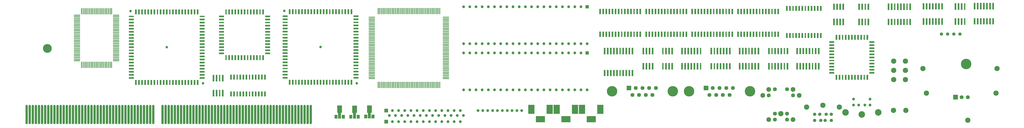
<source format=gbr>
%FSLAX34Y34*%
%MOMM*%
%LNCOPPER_TOP*%
G71*
G01*
%ADD10C,0.203*%
%ADD11C,0.254*%
%ADD12C,0.889*%
%ADD13R,0.350X2.540*%
%ADD14R,2.540X0.350*%
%ADD15R,0.635X2.033*%
%ADD16R,0.636X2.033*%
%ADD17R,0.634X2.033*%
%ADD18R,2.033X0.635*%
%ADD19R,2.033X0.636*%
%ADD20C,1.036*%
%ADD21R,2.032X0.635*%
%ADD22R,2.032X0.636*%
%ADD23R,2.032X0.634*%
%ADD24R,2.033X0.634*%
%ADD25R,0.635X2.031*%
%ADD26R,0.634X2.031*%
%ADD27R,0.636X2.031*%
%ADD28C,1.038*%
%ADD29R,2.031X0.635*%
%ADD30R,2.031X0.634*%
%ADD31R,2.031X0.636*%
%ADD32C,1.037*%
%ADD33R,0.350X2.550*%
%ADD34R,2.550X0.350*%
%ADD35R,0.635X2.032*%
%ADD36R,0.636X2.032*%
%ADD37R,0.634X2.032*%
%ADD38R,0.636X2.666*%
%ADD39R,0.634X2.666*%
%ADD40R,0.635X2.666*%
%ADD41R,0.634X2.668*%
%ADD42R,0.635X2.668*%
%ADD43R,0.636X2.668*%
%ADD44R,0.635X2.667*%
%ADD45R,0.634X2.667*%
%ADD46R,0.636X2.667*%
%ADD47R,0.636X2.286*%
%ADD48R,0.635X2.286*%
%ADD49R,0.634X2.286*%
%ADD50R,0.638X2.666*%
%ADD51R,0.638X2.668*%
%ADD52R,0.636X2.288*%
%ADD53R,0.635X2.288*%
%ADD54R,0.634X2.288*%
%ADD55R,0.635X2.287*%
%ADD56R,0.634X2.287*%
%ADD57R,0.636X2.287*%
%ADD58C,1.620*%
%ADD59C,1.170*%
%ADD60C,1.619*%
%ADD61C,4.319*%
%ADD62C,1.621*%
%ADD63C,2.158*%
%ADD64C,2.160*%
%ADD65C,2.159*%
%ADD66C,1.167*%
%ADD67C,1.166*%
%ADD68C,2.698*%
%ADD69C,2.700*%
%ADD70C,1.943*%
%ADD71C,1.339*%
%ADD72C,4.319*%
%ADD73C,2.160*%
%ADD74C,2.159*%
%ADD75C,1.338*%
%ADD76C,1.340*%
%ADD77C,3.650*%
%ADD78C,2.160*%
%ADD79R,1.271X1.524*%
%ADD80R,1.270X1.524*%
%ADD81R,1.269X1.524*%
%ADD82R,2.540X3.812*%
%ADD83R,3.812X2.540*%
%ADD84R,1.269X1.526*%
%ADD85R,1.271X1.525*%
%ADD86R,1.269X1.525*%
%ADD87R,1.271X1.526*%
%LPD*%
G54D10*
X313077Y-509822D02*
X313077Y-511847D01*
G54D11*
X262272Y-510152D02*
X262272Y-511847D01*
G54D10*
X1011493Y-511638D02*
X1011671Y-511847D01*
G54D10*
X795733Y-509490D02*
X795733Y-511847D01*
G54D10*
X783040Y-508982D02*
X783040Y-511847D01*
G54D10*
X1087876Y-508982D02*
X1087876Y-511847D01*
G54D10*
X1100584Y-509490D02*
X1100584Y-511847D01*
G54D10*
X972880Y-511143D02*
X973568Y-511847D01*
G54D10*
X757630Y-509822D02*
X757630Y-511847D01*
G54D10*
X757450Y-509822D02*
X757630Y-509822D01*
G54D10*
X529002Y-508982D02*
X529002Y-511847D01*
G54D10*
X186377Y-511514D02*
X186046Y-511847D01*
G54D10*
X643655Y-511514D02*
X643323Y-511847D01*
G54D11*
X681425Y-508982D02*
X681425Y-511847D01*
G54D10*
X516295Y-508982D02*
X516295Y-511847D01*
G54D10*
X1049776Y-509490D02*
X1049776Y-511847D01*
G54D10*
X617912Y-508471D02*
X617912Y-511847D01*
G54D10*
X871951Y-508471D02*
X871951Y-511847D01*
G54D12*
X1189494Y-511847D02*
X1189494Y-524557D01*
G36*
X1185048Y-524557D02*
X1193940Y-524557D01*
X1193940Y-529002D01*
X1185048Y-529002D01*
X1185048Y-524557D01*
G37*
G54D12*
X1189494Y-524547D02*
X1189494Y-581707D01*
G36*
X1193940Y-524547D02*
X1185048Y-524547D01*
X1185048Y-520102D01*
X1193940Y-520102D01*
X1193940Y-524547D01*
G37*
G36*
X1185048Y-581707D02*
X1193940Y-581707D01*
X1193940Y-586152D01*
X1185048Y-586152D01*
X1185048Y-581707D01*
G37*
G54D12*
X1176794Y-511847D02*
X1176794Y-524557D01*
G36*
X1172348Y-524557D02*
X1181240Y-524557D01*
X1181240Y-529002D01*
X1172348Y-529002D01*
X1172348Y-524557D01*
G37*
G54D12*
X1176794Y-524547D02*
X1176794Y-581707D01*
G36*
X1181240Y-524547D02*
X1172348Y-524547D01*
X1172348Y-520102D01*
X1181240Y-520102D01*
X1181240Y-524547D01*
G37*
G36*
X1172348Y-581707D02*
X1181240Y-581707D01*
X1181240Y-586152D01*
X1172348Y-586152D01*
X1172348Y-581707D01*
G37*
G54D12*
X1164094Y-511847D02*
X1164094Y-524557D01*
G36*
X1159648Y-524557D02*
X1168540Y-524557D01*
X1168540Y-529002D01*
X1159648Y-529002D01*
X1159648Y-524557D01*
G37*
G54D12*
X1164094Y-524547D02*
X1164094Y-581707D01*
G36*
X1168540Y-524547D02*
X1159648Y-524547D01*
X1159648Y-520102D01*
X1168540Y-520102D01*
X1168540Y-524547D01*
G37*
G36*
X1159648Y-581707D02*
X1168540Y-581707D01*
X1168540Y-586152D01*
X1159648Y-586152D01*
X1159648Y-581707D01*
G37*
G54D12*
X1151394Y-511847D02*
X1151394Y-524557D01*
G36*
X1146948Y-524557D02*
X1155840Y-524557D01*
X1155840Y-529002D01*
X1146948Y-529002D01*
X1146948Y-524557D01*
G37*
G54D12*
X1151394Y-524547D02*
X1151394Y-581707D01*
G36*
X1155840Y-524547D02*
X1146948Y-524547D01*
X1146948Y-520102D01*
X1155840Y-520102D01*
X1155840Y-524547D01*
G37*
G36*
X1146948Y-581707D02*
X1155840Y-581707D01*
X1155840Y-586152D01*
X1146948Y-586152D01*
X1146948Y-581707D01*
G37*
G54D12*
X1138694Y-511847D02*
X1138694Y-524557D01*
G36*
X1134248Y-524557D02*
X1143140Y-524557D01*
X1143140Y-529002D01*
X1134248Y-529002D01*
X1134248Y-524557D01*
G37*
G54D12*
X1138694Y-524547D02*
X1138694Y-581707D01*
G36*
X1143140Y-524547D02*
X1134248Y-524547D01*
X1134248Y-520101D01*
X1143140Y-520101D01*
X1143140Y-524547D01*
G37*
G36*
X1134248Y-581707D02*
X1143140Y-581707D01*
X1143140Y-586152D01*
X1134248Y-586152D01*
X1134248Y-581707D01*
G37*
G54D12*
X1125994Y-511847D02*
X1125994Y-524557D01*
G36*
X1121548Y-524557D02*
X1130440Y-524557D01*
X1130440Y-529002D01*
X1121548Y-529002D01*
X1121548Y-524557D01*
G37*
G54D12*
X1125994Y-524547D02*
X1125994Y-581707D01*
G36*
X1130440Y-524547D02*
X1121548Y-524547D01*
X1121548Y-520101D01*
X1130440Y-520101D01*
X1130440Y-524547D01*
G37*
G36*
X1121548Y-581707D02*
X1130440Y-581707D01*
X1130440Y-586152D01*
X1121548Y-586152D01*
X1121548Y-581707D01*
G37*
G54D12*
X1113294Y-511847D02*
X1113294Y-524557D01*
G36*
X1108848Y-524557D02*
X1117740Y-524557D01*
X1117740Y-529002D01*
X1108848Y-529002D01*
X1108848Y-524557D01*
G37*
G54D12*
X1113294Y-524547D02*
X1113294Y-581707D01*
G36*
X1117740Y-524547D02*
X1108848Y-524547D01*
X1108848Y-520101D01*
X1117740Y-520101D01*
X1117740Y-524547D01*
G37*
G36*
X1108848Y-581707D02*
X1117740Y-581707D01*
X1117740Y-586152D01*
X1108848Y-586152D01*
X1108848Y-581707D01*
G37*
G54D12*
X1100594Y-511847D02*
X1100594Y-524557D01*
G36*
X1096148Y-524557D02*
X1105040Y-524557D01*
X1105040Y-529002D01*
X1096148Y-529002D01*
X1096148Y-524557D01*
G37*
G54D12*
X1100594Y-524547D02*
X1100594Y-581707D01*
G36*
X1105040Y-524547D02*
X1096148Y-524547D01*
X1096148Y-520101D01*
X1105040Y-520101D01*
X1105040Y-524547D01*
G37*
G36*
X1096148Y-581707D02*
X1105040Y-581707D01*
X1105040Y-586152D01*
X1096148Y-586152D01*
X1096148Y-581707D01*
G37*
G54D12*
X1087894Y-511847D02*
X1087894Y-524557D01*
G36*
X1083448Y-524557D02*
X1092340Y-524557D01*
X1092340Y-529002D01*
X1083448Y-529002D01*
X1083448Y-524557D01*
G37*
G54D12*
X1087894Y-524547D02*
X1087894Y-581707D01*
G36*
X1092340Y-524547D02*
X1083448Y-524547D01*
X1083448Y-520101D01*
X1092340Y-520101D01*
X1092340Y-524547D01*
G37*
G36*
X1083448Y-581707D02*
X1092340Y-581707D01*
X1092340Y-586152D01*
X1083448Y-586152D01*
X1083448Y-581707D01*
G37*
G54D12*
X1075194Y-511847D02*
X1075194Y-524557D01*
G36*
X1070748Y-524557D02*
X1079640Y-524557D01*
X1079640Y-529002D01*
X1070748Y-529002D01*
X1070748Y-524557D01*
G37*
G54D12*
X1075194Y-524547D02*
X1075194Y-581707D01*
G36*
X1079640Y-524547D02*
X1070748Y-524547D01*
X1070748Y-520101D01*
X1079640Y-520101D01*
X1079640Y-524547D01*
G37*
G36*
X1070748Y-581707D02*
X1079640Y-581707D01*
X1079640Y-586152D01*
X1070748Y-586152D01*
X1070748Y-581707D01*
G37*
G54D12*
X1062494Y-511847D02*
X1062494Y-524557D01*
G36*
X1058048Y-524557D02*
X1066940Y-524557D01*
X1066940Y-529002D01*
X1058048Y-529002D01*
X1058048Y-524557D01*
G37*
G54D12*
X1062494Y-524547D02*
X1062494Y-581707D01*
G36*
X1066940Y-524547D02*
X1058048Y-524547D01*
X1058048Y-520101D01*
X1066940Y-520101D01*
X1066940Y-524547D01*
G37*
G36*
X1058048Y-581707D02*
X1066940Y-581707D01*
X1066940Y-586152D01*
X1058048Y-586152D01*
X1058048Y-581707D01*
G37*
G54D12*
X1049794Y-511847D02*
X1049794Y-524557D01*
G36*
X1045348Y-524557D02*
X1054240Y-524557D01*
X1054240Y-529002D01*
X1045348Y-529002D01*
X1045348Y-524557D01*
G37*
G54D12*
X1049794Y-524547D02*
X1049794Y-581707D01*
G36*
X1054240Y-524547D02*
X1045348Y-524547D01*
X1045348Y-520101D01*
X1054240Y-520101D01*
X1054240Y-524547D01*
G37*
G36*
X1045348Y-581707D02*
X1054240Y-581707D01*
X1054240Y-586152D01*
X1045348Y-586152D01*
X1045348Y-581707D01*
G37*
G54D12*
X1037094Y-511847D02*
X1037094Y-524557D01*
G36*
X1032648Y-524557D02*
X1041540Y-524557D01*
X1041540Y-529002D01*
X1032648Y-529002D01*
X1032648Y-524557D01*
G37*
G54D12*
X1037094Y-524547D02*
X1037094Y-581707D01*
G36*
X1041540Y-524547D02*
X1032648Y-524547D01*
X1032648Y-520101D01*
X1041540Y-520101D01*
X1041540Y-524547D01*
G37*
G36*
X1032648Y-581707D02*
X1041540Y-581707D01*
X1041540Y-586152D01*
X1032648Y-586152D01*
X1032648Y-581707D01*
G37*
G54D12*
X1024394Y-511847D02*
X1024394Y-524557D01*
G36*
X1019948Y-524557D02*
X1028840Y-524557D01*
X1028840Y-529002D01*
X1019948Y-529002D01*
X1019948Y-524557D01*
G37*
G54D12*
X1024394Y-524547D02*
X1024394Y-581707D01*
G36*
X1028840Y-524547D02*
X1019948Y-524547D01*
X1019948Y-520101D01*
X1028840Y-520101D01*
X1028840Y-524547D01*
G37*
G36*
X1019948Y-581707D02*
X1028840Y-581707D01*
X1028840Y-586152D01*
X1019948Y-586152D01*
X1019948Y-581707D01*
G37*
G54D12*
X1011694Y-511847D02*
X1011694Y-524557D01*
G36*
X1007248Y-524557D02*
X1016140Y-524557D01*
X1016140Y-529002D01*
X1007248Y-529002D01*
X1007248Y-524557D01*
G37*
G54D12*
X1011694Y-524547D02*
X1011694Y-581707D01*
G36*
X1016140Y-524547D02*
X1007248Y-524547D01*
X1007248Y-520101D01*
X1016140Y-520101D01*
X1016140Y-524547D01*
G37*
G36*
X1007248Y-581707D02*
X1016140Y-581707D01*
X1016140Y-586152D01*
X1007248Y-586152D01*
X1007248Y-581707D01*
G37*
G54D12*
X998994Y-511847D02*
X998994Y-524557D01*
G36*
X994548Y-524557D02*
X1003440Y-524557D01*
X1003440Y-529002D01*
X994548Y-529002D01*
X994548Y-524557D01*
G37*
G54D12*
X998994Y-524547D02*
X998994Y-581707D01*
G36*
X1003440Y-524547D02*
X994548Y-524547D01*
X994548Y-520101D01*
X1003440Y-520101D01*
X1003440Y-524547D01*
G37*
G36*
X994548Y-581707D02*
X1003440Y-581707D01*
X1003440Y-586152D01*
X994548Y-586152D01*
X994548Y-581707D01*
G37*
G54D12*
X986294Y-511847D02*
X986294Y-524557D01*
G36*
X981848Y-524557D02*
X990740Y-524557D01*
X990740Y-529002D01*
X981848Y-529002D01*
X981848Y-524557D01*
G37*
G54D12*
X986294Y-524547D02*
X986294Y-581707D01*
G36*
X990740Y-524547D02*
X981848Y-524547D01*
X981848Y-520101D01*
X990740Y-520101D01*
X990740Y-524547D01*
G37*
G36*
X981848Y-581707D02*
X990740Y-581707D01*
X990740Y-586152D01*
X981848Y-586152D01*
X981848Y-581707D01*
G37*
G54D12*
X973594Y-511847D02*
X973594Y-524557D01*
G36*
X969148Y-524557D02*
X978040Y-524557D01*
X978040Y-529002D01*
X969148Y-529002D01*
X969148Y-524557D01*
G37*
G54D12*
X973594Y-524547D02*
X973594Y-581707D01*
G36*
X978040Y-524547D02*
X969148Y-524547D01*
X969148Y-520102D01*
X978040Y-520102D01*
X978040Y-524547D01*
G37*
G36*
X969148Y-581707D02*
X978040Y-581707D01*
X978040Y-586152D01*
X969148Y-586152D01*
X969148Y-581707D01*
G37*
G54D12*
X960894Y-511847D02*
X960894Y-524557D01*
G36*
X956448Y-524557D02*
X965340Y-524557D01*
X965340Y-529002D01*
X956448Y-529002D01*
X956448Y-524557D01*
G37*
G54D12*
X960894Y-524547D02*
X960894Y-581707D01*
G36*
X965340Y-524547D02*
X956448Y-524547D01*
X956448Y-520102D01*
X965340Y-520102D01*
X965340Y-524547D01*
G37*
G36*
X956448Y-581707D02*
X965340Y-581707D01*
X965340Y-586152D01*
X956448Y-586152D01*
X956448Y-581707D01*
G37*
G54D12*
X948194Y-511847D02*
X948194Y-524557D01*
G36*
X943748Y-524557D02*
X952640Y-524557D01*
X952640Y-529002D01*
X943748Y-529002D01*
X943748Y-524557D01*
G37*
G54D12*
X948194Y-524547D02*
X948194Y-581707D01*
G36*
X952640Y-524547D02*
X943748Y-524547D01*
X943748Y-520102D01*
X952640Y-520102D01*
X952640Y-524547D01*
G37*
G36*
X943748Y-581707D02*
X952640Y-581707D01*
X952640Y-586152D01*
X943748Y-586152D01*
X943748Y-581707D01*
G37*
G54D12*
X935494Y-511847D02*
X935494Y-524557D01*
G36*
X931048Y-524557D02*
X939940Y-524557D01*
X939940Y-529002D01*
X931048Y-529002D01*
X931048Y-524557D01*
G37*
G54D12*
X935494Y-524547D02*
X935494Y-581707D01*
G36*
X939940Y-524547D02*
X931048Y-524547D01*
X931048Y-520102D01*
X939940Y-520102D01*
X939940Y-524547D01*
G37*
G36*
X931048Y-581707D02*
X939940Y-581707D01*
X939940Y-586152D01*
X931048Y-586152D01*
X931048Y-581707D01*
G37*
G54D12*
X922794Y-511847D02*
X922794Y-524557D01*
G36*
X918348Y-524557D02*
X927240Y-524557D01*
X927240Y-529002D01*
X918348Y-529002D01*
X918348Y-524557D01*
G37*
G54D12*
X922794Y-524547D02*
X922794Y-581707D01*
G36*
X927240Y-524547D02*
X918348Y-524547D01*
X918348Y-520102D01*
X927240Y-520102D01*
X927240Y-524547D01*
G37*
G36*
X918348Y-581707D02*
X927240Y-581707D01*
X927240Y-586152D01*
X918348Y-586152D01*
X918348Y-581707D01*
G37*
G54D12*
X910094Y-511847D02*
X910094Y-524557D01*
G36*
X905648Y-524557D02*
X914540Y-524557D01*
X914540Y-529002D01*
X905648Y-529002D01*
X905648Y-524557D01*
G37*
G54D12*
X910094Y-524547D02*
X910094Y-581707D01*
G36*
X914540Y-524547D02*
X905648Y-524547D01*
X905648Y-520102D01*
X914540Y-520102D01*
X914540Y-524547D01*
G37*
G36*
X905648Y-581707D02*
X914540Y-581707D01*
X914540Y-586152D01*
X905648Y-586152D01*
X905648Y-581707D01*
G37*
G54D12*
X897394Y-511847D02*
X897394Y-524557D01*
G36*
X892948Y-524557D02*
X901840Y-524557D01*
X901840Y-529002D01*
X892948Y-529002D01*
X892948Y-524557D01*
G37*
G54D12*
X897394Y-524547D02*
X897394Y-581707D01*
G36*
X901840Y-524547D02*
X892948Y-524547D01*
X892948Y-520102D01*
X901840Y-520102D01*
X901840Y-524547D01*
G37*
G36*
X892948Y-581707D02*
X901840Y-581707D01*
X901840Y-586152D01*
X892948Y-586152D01*
X892948Y-581707D01*
G37*
G54D12*
X884694Y-511847D02*
X884694Y-524557D01*
G36*
X880248Y-524557D02*
X889140Y-524557D01*
X889140Y-529002D01*
X880248Y-529002D01*
X880248Y-524557D01*
G37*
G54D12*
X884694Y-524547D02*
X884694Y-581707D01*
G36*
X889140Y-524547D02*
X880248Y-524547D01*
X880248Y-520102D01*
X889140Y-520102D01*
X889140Y-524547D01*
G37*
G36*
X880248Y-581707D02*
X889140Y-581707D01*
X889140Y-586152D01*
X880248Y-586152D01*
X880248Y-581707D01*
G37*
G54D12*
X871994Y-511847D02*
X871994Y-524557D01*
G36*
X867548Y-524557D02*
X876440Y-524557D01*
X876440Y-529002D01*
X867548Y-529002D01*
X867548Y-524557D01*
G37*
G54D12*
X871994Y-524547D02*
X871994Y-581707D01*
G36*
X876440Y-524547D02*
X867548Y-524547D01*
X867548Y-520101D01*
X876440Y-520101D01*
X876440Y-524547D01*
G37*
G36*
X867548Y-581707D02*
X876440Y-581707D01*
X876440Y-586152D01*
X867548Y-586152D01*
X867548Y-581707D01*
G37*
G54D12*
X859294Y-511847D02*
X859294Y-524557D01*
G36*
X854848Y-524557D02*
X863740Y-524557D01*
X863740Y-529002D01*
X854848Y-529002D01*
X854848Y-524557D01*
G37*
G54D12*
X859294Y-524547D02*
X859294Y-581707D01*
G36*
X863740Y-524547D02*
X854848Y-524547D01*
X854848Y-520101D01*
X863740Y-520101D01*
X863740Y-524547D01*
G37*
G36*
X854848Y-581707D02*
X863740Y-581707D01*
X863740Y-586152D01*
X854848Y-586152D01*
X854848Y-581707D01*
G37*
G54D12*
X846594Y-511847D02*
X846594Y-524557D01*
G36*
X842148Y-524557D02*
X851040Y-524557D01*
X851040Y-529002D01*
X842148Y-529002D01*
X842148Y-524557D01*
G37*
G54D12*
X846594Y-524547D02*
X846594Y-581707D01*
G36*
X851040Y-524547D02*
X842148Y-524547D01*
X842148Y-520101D01*
X851040Y-520101D01*
X851040Y-524547D01*
G37*
G36*
X842148Y-581707D02*
X851040Y-581707D01*
X851040Y-586152D01*
X842148Y-586152D01*
X842148Y-581707D01*
G37*
G54D12*
X833894Y-511847D02*
X833894Y-524557D01*
G36*
X829448Y-524557D02*
X838340Y-524557D01*
X838340Y-529002D01*
X829448Y-529002D01*
X829448Y-524557D01*
G37*
G54D12*
X833894Y-524547D02*
X833894Y-581707D01*
G36*
X838340Y-524547D02*
X829448Y-524547D01*
X829448Y-520101D01*
X838340Y-520101D01*
X838340Y-524547D01*
G37*
G36*
X829448Y-581707D02*
X838340Y-581707D01*
X838340Y-586152D01*
X829448Y-586152D01*
X829448Y-581707D01*
G37*
G54D12*
X821194Y-511847D02*
X821194Y-524557D01*
G36*
X816748Y-524557D02*
X825640Y-524557D01*
X825640Y-529002D01*
X816748Y-529002D01*
X816748Y-524557D01*
G37*
G54D12*
X821194Y-524547D02*
X821194Y-581707D01*
G36*
X825640Y-524547D02*
X816748Y-524547D01*
X816748Y-520101D01*
X825640Y-520101D01*
X825640Y-524547D01*
G37*
G36*
X816748Y-581707D02*
X825640Y-581707D01*
X825640Y-586152D01*
X816748Y-586152D01*
X816748Y-581707D01*
G37*
G54D12*
X808494Y-511847D02*
X808494Y-524557D01*
G36*
X804048Y-524557D02*
X812940Y-524557D01*
X812940Y-529002D01*
X804048Y-529002D01*
X804048Y-524557D01*
G37*
G54D12*
X808494Y-524547D02*
X808494Y-581707D01*
G36*
X812940Y-524547D02*
X804048Y-524547D01*
X804048Y-520101D01*
X812940Y-520101D01*
X812940Y-524547D01*
G37*
G36*
X804048Y-581707D02*
X812940Y-581707D01*
X812940Y-586152D01*
X804048Y-586152D01*
X804048Y-581707D01*
G37*
G54D12*
X795794Y-511847D02*
X795794Y-524557D01*
G36*
X791348Y-524557D02*
X800240Y-524557D01*
X800240Y-529002D01*
X791348Y-529002D01*
X791348Y-524557D01*
G37*
G54D12*
X795794Y-524547D02*
X795794Y-581707D01*
G36*
X800240Y-524547D02*
X791348Y-524547D01*
X791348Y-520101D01*
X800240Y-520101D01*
X800240Y-524547D01*
G37*
G36*
X791348Y-581707D02*
X800240Y-581707D01*
X800240Y-586152D01*
X791348Y-586152D01*
X791348Y-581707D01*
G37*
G54D12*
X783094Y-511847D02*
X783094Y-524557D01*
G36*
X778648Y-524557D02*
X787540Y-524557D01*
X787540Y-529002D01*
X778648Y-529002D01*
X778648Y-524557D01*
G37*
G54D12*
X783094Y-524547D02*
X783094Y-581707D01*
G36*
X787540Y-524547D02*
X778648Y-524547D01*
X778648Y-520101D01*
X787540Y-520101D01*
X787540Y-524547D01*
G37*
G36*
X778648Y-581707D02*
X787540Y-581707D01*
X787540Y-586152D01*
X778648Y-586152D01*
X778648Y-581707D01*
G37*
G54D12*
X770394Y-511847D02*
X770394Y-524557D01*
G36*
X765948Y-524557D02*
X774840Y-524557D01*
X774840Y-529002D01*
X765948Y-529002D01*
X765948Y-524557D01*
G37*
G54D12*
X770394Y-524547D02*
X770394Y-581707D01*
G36*
X774840Y-524547D02*
X765948Y-524547D01*
X765948Y-520101D01*
X774840Y-520101D01*
X774840Y-524547D01*
G37*
G36*
X765948Y-581707D02*
X774840Y-581707D01*
X774840Y-586152D01*
X765948Y-586152D01*
X765948Y-581707D01*
G37*
G54D12*
X757694Y-511847D02*
X757694Y-524557D01*
G36*
X753248Y-524557D02*
X762140Y-524557D01*
X762140Y-529002D01*
X753248Y-529002D01*
X753248Y-524557D01*
G37*
G54D12*
X757694Y-524547D02*
X757694Y-581707D01*
G36*
X762140Y-524547D02*
X753248Y-524547D01*
X753248Y-520101D01*
X762140Y-520101D01*
X762140Y-524547D01*
G37*
G36*
X753248Y-581707D02*
X762140Y-581707D01*
X762140Y-586152D01*
X753248Y-586152D01*
X753248Y-581707D01*
G37*
G54D12*
X744994Y-511847D02*
X744994Y-524557D01*
G36*
X740548Y-524557D02*
X749440Y-524557D01*
X749440Y-529002D01*
X740548Y-529002D01*
X740548Y-524557D01*
G37*
G54D12*
X744994Y-524547D02*
X744994Y-581707D01*
G36*
X749440Y-524547D02*
X740548Y-524547D01*
X740548Y-520101D01*
X749440Y-520101D01*
X749440Y-524547D01*
G37*
G36*
X740548Y-581707D02*
X749440Y-581707D01*
X749440Y-586152D01*
X740548Y-586152D01*
X740548Y-581707D01*
G37*
G54D12*
X732294Y-511847D02*
X732294Y-524557D01*
G36*
X727848Y-524557D02*
X736740Y-524557D01*
X736740Y-529002D01*
X727848Y-529002D01*
X727848Y-524557D01*
G37*
G54D12*
X732294Y-524547D02*
X732294Y-581707D01*
G36*
X736740Y-524547D02*
X727848Y-524547D01*
X727848Y-520101D01*
X736740Y-520101D01*
X736740Y-524547D01*
G37*
G36*
X727848Y-581707D02*
X736740Y-581707D01*
X736740Y-586152D01*
X727848Y-586152D01*
X727848Y-581707D01*
G37*
G54D12*
X719594Y-511847D02*
X719594Y-524557D01*
G36*
X715148Y-524557D02*
X724040Y-524557D01*
X724040Y-529002D01*
X715148Y-529002D01*
X715148Y-524557D01*
G37*
G54D12*
X719594Y-524547D02*
X719594Y-581707D01*
G36*
X724040Y-524547D02*
X715148Y-524547D01*
X715148Y-520102D01*
X724040Y-520102D01*
X724040Y-524547D01*
G37*
G36*
X715148Y-581707D02*
X724040Y-581707D01*
X724040Y-586152D01*
X715148Y-586152D01*
X715148Y-581707D01*
G37*
G54D12*
X706894Y-511847D02*
X706894Y-524557D01*
G36*
X702448Y-524557D02*
X711340Y-524557D01*
X711340Y-529002D01*
X702448Y-529002D01*
X702448Y-524557D01*
G37*
G54D12*
X706894Y-524547D02*
X706894Y-581707D01*
G36*
X711340Y-524547D02*
X702448Y-524547D01*
X702448Y-520102D01*
X711340Y-520102D01*
X711340Y-524547D01*
G37*
G36*
X702448Y-581707D02*
X711340Y-581707D01*
X711340Y-586152D01*
X702448Y-586152D01*
X702448Y-581707D01*
G37*
G54D12*
X694194Y-511847D02*
X694194Y-524557D01*
G36*
X689748Y-524557D02*
X698640Y-524557D01*
X698640Y-529002D01*
X689748Y-529002D01*
X689748Y-524557D01*
G37*
G54D12*
X694194Y-524547D02*
X694194Y-581707D01*
G36*
X698640Y-524547D02*
X689748Y-524547D01*
X689748Y-520102D01*
X698640Y-520102D01*
X698640Y-524547D01*
G37*
G36*
X689748Y-581707D02*
X698640Y-581707D01*
X698640Y-586152D01*
X689748Y-586152D01*
X689748Y-581707D01*
G37*
G54D12*
X681494Y-511847D02*
X681494Y-524557D01*
G36*
X677048Y-524557D02*
X685940Y-524557D01*
X685940Y-529002D01*
X677048Y-529002D01*
X677048Y-524557D01*
G37*
G54D12*
X681494Y-524547D02*
X681494Y-581707D01*
G36*
X685940Y-524547D02*
X677048Y-524547D01*
X677048Y-520102D01*
X685940Y-520102D01*
X685940Y-524547D01*
G37*
G36*
X677048Y-581707D02*
X685940Y-581707D01*
X685940Y-586152D01*
X677048Y-586152D01*
X677048Y-581707D01*
G37*
G54D12*
X668794Y-511847D02*
X668794Y-524557D01*
G36*
X664348Y-524557D02*
X673240Y-524557D01*
X673240Y-529002D01*
X664348Y-529002D01*
X664348Y-524557D01*
G37*
G54D12*
X668794Y-524547D02*
X668794Y-581707D01*
G36*
X673240Y-524547D02*
X664348Y-524547D01*
X664348Y-520102D01*
X673240Y-520102D01*
X673240Y-524547D01*
G37*
G36*
X664348Y-581707D02*
X673240Y-581707D01*
X673240Y-586152D01*
X664348Y-586152D01*
X664348Y-581707D01*
G37*
G54D12*
X656094Y-511847D02*
X656094Y-524557D01*
G36*
X651648Y-524557D02*
X660540Y-524557D01*
X660540Y-529002D01*
X651648Y-529002D01*
X651648Y-524557D01*
G37*
G54D12*
X656094Y-524547D02*
X656094Y-581707D01*
G36*
X660540Y-524547D02*
X651648Y-524547D01*
X651648Y-520102D01*
X660540Y-520102D01*
X660540Y-524547D01*
G37*
G36*
X651648Y-581707D02*
X660540Y-581707D01*
X660540Y-586152D01*
X651648Y-586152D01*
X651648Y-581707D01*
G37*
G54D12*
X643394Y-511847D02*
X643394Y-524557D01*
G36*
X638948Y-524557D02*
X647840Y-524557D01*
X647840Y-529002D01*
X638948Y-529002D01*
X638948Y-524557D01*
G37*
G54D12*
X643394Y-524547D02*
X643394Y-581707D01*
G36*
X647840Y-524547D02*
X638948Y-524547D01*
X638948Y-520102D01*
X647840Y-520102D01*
X647840Y-524547D01*
G37*
G36*
X638948Y-581707D02*
X647840Y-581707D01*
X647840Y-586152D01*
X638948Y-586152D01*
X638948Y-581707D01*
G37*
G54D12*
X630694Y-511847D02*
X630694Y-524557D01*
G36*
X626248Y-524557D02*
X635140Y-524557D01*
X635140Y-529002D01*
X626248Y-529002D01*
X626248Y-524557D01*
G37*
G54D12*
X630694Y-524547D02*
X630694Y-581707D01*
G36*
X635140Y-524547D02*
X626248Y-524547D01*
X626248Y-520102D01*
X635140Y-520102D01*
X635140Y-524547D01*
G37*
G36*
X626248Y-581707D02*
X635140Y-581707D01*
X635140Y-586152D01*
X626248Y-586152D01*
X626248Y-581707D01*
G37*
G54D12*
X617994Y-511847D02*
X617994Y-524557D01*
G36*
X613548Y-524557D02*
X622440Y-524557D01*
X622440Y-529002D01*
X613548Y-529002D01*
X613548Y-524557D01*
G37*
G54D12*
X617994Y-524547D02*
X617994Y-581707D01*
G36*
X622440Y-524547D02*
X613548Y-524547D01*
X613548Y-520102D01*
X622440Y-520102D01*
X622440Y-524547D01*
G37*
G36*
X613548Y-581707D02*
X622440Y-581707D01*
X622440Y-586152D01*
X613548Y-586152D01*
X613548Y-581707D01*
G37*
G54D12*
X605294Y-511847D02*
X605294Y-524557D01*
G36*
X600848Y-524557D02*
X609740Y-524557D01*
X609740Y-529002D01*
X600848Y-529002D01*
X600848Y-524557D01*
G37*
G54D12*
X605294Y-524547D02*
X605294Y-581707D01*
G36*
X609740Y-524547D02*
X600848Y-524547D01*
X600848Y-520102D01*
X609740Y-520102D01*
X609740Y-524547D01*
G37*
G36*
X600848Y-581707D02*
X609740Y-581707D01*
X609740Y-586152D01*
X600848Y-586152D01*
X600848Y-581707D01*
G37*
G54D12*
X592594Y-511847D02*
X592594Y-524557D01*
G36*
X588148Y-524557D02*
X597040Y-524557D01*
X597040Y-529002D01*
X588148Y-529002D01*
X588148Y-524557D01*
G37*
G54D12*
X592594Y-524547D02*
X592594Y-581707D01*
G36*
X597040Y-524547D02*
X588148Y-524547D01*
X588148Y-520102D01*
X597040Y-520102D01*
X597040Y-524547D01*
G37*
G36*
X588148Y-581707D02*
X597040Y-581707D01*
X597040Y-586152D01*
X588148Y-586152D01*
X588148Y-581707D01*
G37*
G54D12*
X579894Y-511847D02*
X579894Y-524557D01*
G36*
X575448Y-524557D02*
X584340Y-524557D01*
X584340Y-529002D01*
X575448Y-529002D01*
X575448Y-524557D01*
G37*
G54D12*
X579894Y-524547D02*
X579894Y-581707D01*
G36*
X584340Y-524547D02*
X575448Y-524547D01*
X575448Y-520101D01*
X584340Y-520101D01*
X584340Y-524547D01*
G37*
G36*
X575448Y-581707D02*
X584340Y-581707D01*
X584340Y-586152D01*
X575448Y-586152D01*
X575448Y-581707D01*
G37*
G54D12*
X541794Y-511847D02*
X541794Y-524557D01*
G36*
X537348Y-524557D02*
X546240Y-524557D01*
X546240Y-529002D01*
X537348Y-529002D01*
X537348Y-524557D01*
G37*
G54D12*
X541794Y-524547D02*
X541794Y-581707D01*
G36*
X546240Y-524547D02*
X537348Y-524547D01*
X537348Y-520101D01*
X546240Y-520101D01*
X546240Y-524547D01*
G37*
G36*
X537348Y-581707D02*
X546240Y-581707D01*
X546240Y-586152D01*
X537348Y-586152D01*
X537348Y-581707D01*
G37*
G54D12*
X529094Y-511847D02*
X529094Y-524557D01*
G36*
X524648Y-524557D02*
X533540Y-524557D01*
X533540Y-529002D01*
X524648Y-529002D01*
X524648Y-524557D01*
G37*
G54D12*
X529094Y-524547D02*
X529094Y-581707D01*
G36*
X533540Y-524547D02*
X524648Y-524547D01*
X524648Y-520101D01*
X533540Y-520101D01*
X533540Y-524547D01*
G37*
G36*
X524648Y-581707D02*
X533540Y-581707D01*
X533540Y-586152D01*
X524648Y-586152D01*
X524648Y-581707D01*
G37*
G54D12*
X516394Y-511847D02*
X516394Y-524557D01*
G36*
X511948Y-524557D02*
X520840Y-524557D01*
X520840Y-529002D01*
X511948Y-529002D01*
X511948Y-524557D01*
G37*
G54D12*
X516394Y-524547D02*
X516394Y-581707D01*
G36*
X520840Y-524547D02*
X511948Y-524547D01*
X511948Y-520101D01*
X520840Y-520101D01*
X520840Y-524547D01*
G37*
G36*
X511948Y-581707D02*
X520840Y-581707D01*
X520840Y-586152D01*
X511948Y-586152D01*
X511948Y-581707D01*
G37*
G54D12*
X503694Y-511847D02*
X503694Y-524557D01*
G36*
X499248Y-524557D02*
X508140Y-524557D01*
X508140Y-529002D01*
X499248Y-529002D01*
X499248Y-524557D01*
G37*
G54D12*
X503694Y-524547D02*
X503694Y-581707D01*
G36*
X508140Y-524547D02*
X499248Y-524547D01*
X499248Y-520101D01*
X508140Y-520101D01*
X508140Y-524547D01*
G37*
G36*
X499248Y-581707D02*
X508140Y-581707D01*
X508140Y-586152D01*
X499248Y-586152D01*
X499248Y-581707D01*
G37*
G54D12*
X490994Y-511847D02*
X490994Y-524557D01*
G36*
X486549Y-524557D02*
X495440Y-524557D01*
X495440Y-529002D01*
X486549Y-529002D01*
X486549Y-524557D01*
G37*
G54D12*
X490994Y-524547D02*
X490994Y-581707D01*
G36*
X495440Y-524547D02*
X486549Y-524547D01*
X486549Y-520101D01*
X495440Y-520101D01*
X495440Y-524547D01*
G37*
G36*
X486548Y-581707D02*
X495440Y-581707D01*
X495439Y-586152D01*
X486548Y-586152D01*
X486548Y-581707D01*
G37*
G54D12*
X478294Y-511847D02*
X478294Y-524557D01*
G36*
X473848Y-524557D02*
X482740Y-524557D01*
X482739Y-529003D01*
X473848Y-529002D01*
X473848Y-524557D01*
G37*
G54D12*
X478294Y-524547D02*
X478294Y-581707D01*
G36*
X482740Y-524547D02*
X473849Y-524547D01*
X473849Y-520101D01*
X482740Y-520101D01*
X482740Y-524547D01*
G37*
G36*
X473848Y-581707D02*
X482740Y-581707D01*
X482739Y-586152D01*
X473848Y-586152D01*
X473848Y-581707D01*
G37*
G54D12*
X465594Y-511847D02*
X465594Y-524557D01*
G36*
X461148Y-524557D02*
X470040Y-524557D01*
X470040Y-529002D01*
X461148Y-529002D01*
X461148Y-524557D01*
G37*
G54D12*
X465594Y-524547D02*
X465594Y-581707D01*
G36*
X470040Y-524547D02*
X461148Y-524547D01*
X461148Y-520102D01*
X470040Y-520102D01*
X470040Y-524547D01*
G37*
G36*
X461148Y-581707D02*
X470040Y-581707D01*
X470040Y-586152D01*
X461148Y-586152D01*
X461148Y-581707D01*
G37*
G54D12*
X452894Y-511847D02*
X452894Y-524557D01*
G36*
X448448Y-524557D02*
X457340Y-524557D01*
X457340Y-529002D01*
X448448Y-529002D01*
X448448Y-524557D01*
G37*
G54D12*
X452894Y-524547D02*
X452894Y-581707D01*
G36*
X457340Y-524547D02*
X448448Y-524547D01*
X448448Y-520101D01*
X457340Y-520101D01*
X457340Y-524547D01*
G37*
G36*
X448448Y-581707D02*
X457340Y-581707D01*
X457340Y-586152D01*
X448448Y-586152D01*
X448448Y-581707D01*
G37*
G54D12*
X440194Y-511847D02*
X440194Y-524557D01*
G36*
X435748Y-524557D02*
X444640Y-524557D01*
X444640Y-529002D01*
X435748Y-529002D01*
X435748Y-524557D01*
G37*
G54D12*
X440194Y-524547D02*
X440194Y-581707D01*
G36*
X444640Y-524547D02*
X435748Y-524547D01*
X435748Y-520101D01*
X444640Y-520101D01*
X444640Y-524547D01*
G37*
G36*
X435748Y-581707D02*
X444640Y-581707D01*
X444640Y-586152D01*
X435748Y-586152D01*
X435748Y-581707D01*
G37*
G54D12*
X427494Y-511847D02*
X427494Y-524557D01*
G36*
X423048Y-524557D02*
X431940Y-524557D01*
X431940Y-529002D01*
X423048Y-529002D01*
X423048Y-524557D01*
G37*
G54D12*
X427494Y-524547D02*
X427494Y-581707D01*
G36*
X431940Y-524547D02*
X423048Y-524547D01*
X423048Y-520101D01*
X431939Y-520101D01*
X431940Y-524547D01*
G37*
G36*
X423049Y-581707D02*
X431940Y-581707D01*
X431940Y-586152D01*
X423049Y-586152D01*
X423049Y-581707D01*
G37*
G54D12*
X414794Y-511847D02*
X414794Y-524557D01*
G36*
X410348Y-524557D02*
X419240Y-524557D01*
X419240Y-529002D01*
X410348Y-529002D01*
X410348Y-524557D01*
G37*
G54D12*
X414794Y-524547D02*
X414794Y-581707D01*
G36*
X419240Y-524547D02*
X410348Y-524547D01*
X410348Y-520101D01*
X419239Y-520101D01*
X419240Y-524547D01*
G37*
G36*
X410349Y-581707D02*
X419240Y-581707D01*
X419240Y-586152D01*
X410349Y-586152D01*
X410349Y-581707D01*
G37*
G54D12*
X402094Y-511847D02*
X402094Y-524557D01*
G36*
X397648Y-524557D02*
X406540Y-524557D01*
X406540Y-529002D01*
X397648Y-529002D01*
X397648Y-524557D01*
G37*
G54D12*
X402094Y-524547D02*
X402094Y-581707D01*
G36*
X406540Y-524547D02*
X397648Y-524547D01*
X397648Y-520101D01*
X406540Y-520101D01*
X406540Y-524547D01*
G37*
G36*
X397648Y-581707D02*
X406540Y-581707D01*
X406540Y-586152D01*
X397648Y-586152D01*
X397648Y-581707D01*
G37*
G54D12*
X389394Y-511847D02*
X389394Y-524557D01*
G36*
X384948Y-524557D02*
X393840Y-524557D01*
X393840Y-529002D01*
X384948Y-529002D01*
X384948Y-524557D01*
G37*
G54D12*
X389394Y-524547D02*
X389394Y-581707D01*
G36*
X393840Y-524547D02*
X384948Y-524547D01*
X384948Y-520101D01*
X393840Y-520101D01*
X393840Y-524547D01*
G37*
G36*
X384948Y-581707D02*
X393840Y-581707D01*
X393840Y-586152D01*
X384948Y-586152D01*
X384948Y-581707D01*
G37*
G54D12*
X376694Y-511847D02*
X376694Y-524557D01*
G36*
X372248Y-524557D02*
X381140Y-524557D01*
X381140Y-529002D01*
X372248Y-529002D01*
X372248Y-524557D01*
G37*
G54D12*
X376694Y-524547D02*
X376694Y-581707D01*
G36*
X381140Y-524547D02*
X372248Y-524547D01*
X372248Y-520101D01*
X381140Y-520101D01*
X381140Y-524547D01*
G37*
G36*
X372248Y-581707D02*
X381140Y-581707D01*
X381140Y-586152D01*
X372248Y-586152D01*
X372248Y-581707D01*
G37*
G54D12*
X363994Y-511847D02*
X363994Y-524557D01*
G36*
X359548Y-524557D02*
X368440Y-524557D01*
X368439Y-529003D01*
X359548Y-529002D01*
X359548Y-524557D01*
G37*
G54D12*
X363994Y-524547D02*
X363994Y-581707D01*
G36*
X368440Y-524547D02*
X359549Y-524547D01*
X359549Y-520101D01*
X368440Y-520101D01*
X368440Y-524547D01*
G37*
G36*
X359549Y-581707D02*
X368440Y-581707D01*
X368440Y-586152D01*
X359549Y-586152D01*
X359549Y-581707D01*
G37*
G54D12*
X351294Y-511847D02*
X351294Y-524557D01*
G36*
X346848Y-524557D02*
X355740Y-524557D01*
X355740Y-529002D01*
X346848Y-529002D01*
X346848Y-524557D01*
G37*
G54D12*
X351294Y-524547D02*
X351294Y-581707D01*
G36*
X355740Y-524547D02*
X346848Y-524547D01*
X346848Y-520101D01*
X355740Y-520101D01*
X355740Y-524547D01*
G37*
G36*
X346848Y-581707D02*
X355740Y-581707D01*
X355740Y-586152D01*
X346848Y-586152D01*
X346848Y-581707D01*
G37*
G54D12*
X338594Y-511847D02*
X338594Y-524557D01*
G36*
X334148Y-524557D02*
X343040Y-524557D01*
X343040Y-529002D01*
X334148Y-529002D01*
X334148Y-524557D01*
G37*
G54D12*
X338594Y-524547D02*
X338594Y-581707D01*
G36*
X343040Y-524547D02*
X334148Y-524547D01*
X334148Y-520101D01*
X343040Y-520101D01*
X343040Y-524547D01*
G37*
G36*
X334148Y-581707D02*
X343040Y-581707D01*
X343040Y-586152D01*
X334148Y-586152D01*
X334148Y-581707D01*
G37*
G54D12*
X325894Y-511847D02*
X325894Y-524557D01*
G36*
X321448Y-524557D02*
X330340Y-524557D01*
X330340Y-529002D01*
X321448Y-529002D01*
X321448Y-524557D01*
G37*
G54D12*
X325894Y-524547D02*
X325894Y-581707D01*
G36*
X330340Y-524547D02*
X321448Y-524547D01*
X321448Y-520102D01*
X330340Y-520102D01*
X330340Y-524547D01*
G37*
G36*
X321448Y-581707D02*
X330340Y-581707D01*
X330340Y-586152D01*
X321448Y-586152D01*
X321448Y-581707D01*
G37*
G54D12*
X313194Y-511847D02*
X313194Y-524557D01*
G36*
X308748Y-524557D02*
X317640Y-524557D01*
X317640Y-529002D01*
X308748Y-529002D01*
X308748Y-524557D01*
G37*
G54D12*
X313194Y-524547D02*
X313194Y-581707D01*
G36*
X317640Y-524547D02*
X308748Y-524547D01*
X308748Y-520102D01*
X317640Y-520102D01*
X317640Y-524547D01*
G37*
G36*
X308748Y-581707D02*
X317640Y-581707D01*
X317640Y-586152D01*
X308748Y-586152D01*
X308748Y-581707D01*
G37*
G54D12*
X300494Y-511847D02*
X300494Y-524557D01*
G36*
X296048Y-524557D02*
X304940Y-524557D01*
X304940Y-529002D01*
X296048Y-529002D01*
X296048Y-524557D01*
G37*
G54D12*
X300494Y-524547D02*
X300494Y-581707D01*
G36*
X304940Y-524547D02*
X296048Y-524547D01*
X296048Y-520102D01*
X304940Y-520102D01*
X304940Y-524547D01*
G37*
G36*
X296048Y-581707D02*
X304940Y-581707D01*
X304940Y-586152D01*
X296048Y-586152D01*
X296048Y-581707D01*
G37*
G54D12*
X287794Y-511847D02*
X287794Y-524557D01*
G36*
X283348Y-524557D02*
X292240Y-524557D01*
X292240Y-529002D01*
X283348Y-529002D01*
X283348Y-524557D01*
G37*
G54D12*
X287794Y-524547D02*
X287794Y-581707D01*
G36*
X292240Y-524547D02*
X283348Y-524547D01*
X283348Y-520102D01*
X292240Y-520102D01*
X292240Y-524547D01*
G37*
G36*
X283348Y-581707D02*
X292240Y-581707D01*
X292240Y-586152D01*
X283348Y-586152D01*
X283348Y-581707D01*
G37*
G54D12*
X275094Y-511847D02*
X275094Y-524557D01*
G36*
X270648Y-524557D02*
X279540Y-524557D01*
X279540Y-529002D01*
X270648Y-529002D01*
X270648Y-524557D01*
G37*
G54D12*
X275094Y-524547D02*
X275094Y-581707D01*
G36*
X279540Y-524547D02*
X270648Y-524547D01*
X270648Y-520102D01*
X279540Y-520102D01*
X279540Y-524547D01*
G37*
G36*
X270648Y-581707D02*
X279540Y-581707D01*
X279540Y-586152D01*
X270648Y-586152D01*
X270648Y-581707D01*
G37*
G54D12*
X262394Y-511847D02*
X262394Y-524557D01*
G36*
X257948Y-524557D02*
X266840Y-524557D01*
X266840Y-529002D01*
X257948Y-529002D01*
X257948Y-524557D01*
G37*
G54D12*
X262394Y-524547D02*
X262394Y-581707D01*
G36*
X266840Y-524547D02*
X257948Y-524547D01*
X257948Y-520102D01*
X266840Y-520102D01*
X266840Y-524547D01*
G37*
G36*
X257948Y-581707D02*
X266840Y-581707D01*
X266840Y-586152D01*
X257948Y-586152D01*
X257948Y-581707D01*
G37*
G54D12*
X249694Y-511847D02*
X249694Y-524557D01*
G36*
X245248Y-524557D02*
X254140Y-524557D01*
X254140Y-529002D01*
X245248Y-529002D01*
X245248Y-524557D01*
G37*
G54D12*
X249694Y-524547D02*
X249694Y-581707D01*
G36*
X254140Y-524547D02*
X245248Y-524547D01*
X245248Y-520102D01*
X254140Y-520102D01*
X254140Y-524547D01*
G37*
G36*
X245248Y-581707D02*
X254140Y-581707D01*
X254140Y-586152D01*
X245248Y-586152D01*
X245248Y-581707D01*
G37*
G54D12*
X236994Y-511847D02*
X236994Y-524557D01*
G36*
X232548Y-524557D02*
X241440Y-524557D01*
X241440Y-529002D01*
X232548Y-529002D01*
X232548Y-524557D01*
G37*
G54D12*
X236994Y-524547D02*
X236994Y-581707D01*
G36*
X241440Y-524547D02*
X232548Y-524547D01*
X232548Y-520102D01*
X241440Y-520102D01*
X241440Y-524547D01*
G37*
G36*
X232548Y-581707D02*
X241440Y-581707D01*
X241440Y-586152D01*
X232548Y-586152D01*
X232548Y-581707D01*
G37*
G54D12*
X224294Y-511847D02*
X224294Y-524557D01*
G36*
X219848Y-524557D02*
X228740Y-524557D01*
X228740Y-529002D01*
X219848Y-529002D01*
X219848Y-524557D01*
G37*
G54D12*
X224294Y-524547D02*
X224294Y-581707D01*
G36*
X228740Y-524547D02*
X219848Y-524547D01*
X219848Y-520102D01*
X228740Y-520102D01*
X228740Y-524547D01*
G37*
G36*
X219848Y-581707D02*
X228740Y-581707D01*
X228740Y-586152D01*
X219848Y-586152D01*
X219848Y-581707D01*
G37*
G54D12*
X211594Y-511847D02*
X211594Y-524557D01*
G36*
X207148Y-524557D02*
X216040Y-524557D01*
X216040Y-529002D01*
X207148Y-529002D01*
X207148Y-524557D01*
G37*
G54D12*
X211594Y-524547D02*
X211594Y-581707D01*
G36*
X216040Y-524547D02*
X207148Y-524547D01*
X207148Y-520102D01*
X216040Y-520102D01*
X216040Y-524547D01*
G37*
G36*
X207148Y-581707D02*
X216040Y-581707D01*
X216040Y-586152D01*
X207148Y-586152D01*
X207148Y-581707D01*
G37*
G54D12*
X198894Y-511847D02*
X198894Y-524557D01*
G36*
X194448Y-524557D02*
X203340Y-524557D01*
X203340Y-529002D01*
X194448Y-529002D01*
X194448Y-524557D01*
G37*
G54D12*
X198894Y-524547D02*
X198894Y-581707D01*
G36*
X203340Y-524547D02*
X194448Y-524547D01*
X194448Y-520102D01*
X203340Y-520102D01*
X203340Y-524547D01*
G37*
G36*
X194448Y-581707D02*
X203340Y-581707D01*
X203340Y-586152D01*
X194448Y-586152D01*
X194448Y-581707D01*
G37*
G54D12*
X186194Y-511847D02*
X186194Y-524557D01*
G36*
X181748Y-524557D02*
X190640Y-524557D01*
X190640Y-529002D01*
X181748Y-529002D01*
X181748Y-524557D01*
G37*
G54D12*
X186194Y-524547D02*
X186194Y-581707D01*
G36*
X190640Y-524547D02*
X181748Y-524547D01*
X181748Y-520102D01*
X190640Y-520102D01*
X190640Y-524547D01*
G37*
G36*
X181748Y-581707D02*
X190640Y-581707D01*
X190640Y-586152D01*
X181748Y-586152D01*
X181748Y-581707D01*
G37*
G54D12*
X173494Y-511847D02*
X173494Y-524557D01*
G36*
X169048Y-524557D02*
X177940Y-524557D01*
X177940Y-529002D01*
X169048Y-529002D01*
X169048Y-524557D01*
G37*
G54D12*
X173494Y-524547D02*
X173494Y-581707D01*
G36*
X177940Y-524547D02*
X169048Y-524547D01*
X169048Y-520102D01*
X177940Y-520102D01*
X177940Y-524547D01*
G37*
G36*
X169048Y-581707D02*
X177940Y-581707D01*
X177940Y-586152D01*
X169048Y-586152D01*
X169048Y-581707D01*
G37*
G54D12*
X160794Y-511847D02*
X160794Y-524557D01*
G36*
X156348Y-524557D02*
X165240Y-524557D01*
X165240Y-529002D01*
X156348Y-529002D01*
X156348Y-524557D01*
G37*
G54D12*
X160794Y-524547D02*
X160794Y-581707D01*
G36*
X165240Y-524547D02*
X156348Y-524547D01*
X156348Y-520102D01*
X165240Y-520102D01*
X165240Y-524547D01*
G37*
G36*
X156348Y-581707D02*
X165240Y-581707D01*
X165240Y-586152D01*
X156348Y-586152D01*
X156348Y-581707D01*
G37*
G54D12*
X148094Y-511847D02*
X148094Y-524557D01*
G36*
X143648Y-524557D02*
X152540Y-524557D01*
X152540Y-529002D01*
X143648Y-529002D01*
X143648Y-524557D01*
G37*
G54D12*
X148094Y-524547D02*
X148094Y-581707D01*
G36*
X152540Y-524547D02*
X143648Y-524547D01*
X143648Y-520102D01*
X152540Y-520102D01*
X152540Y-524547D01*
G37*
G36*
X143648Y-581707D02*
X152540Y-581707D01*
X152540Y-586152D01*
X143648Y-586152D01*
X143648Y-581707D01*
G37*
G54D12*
X135394Y-511847D02*
X135394Y-524557D01*
G36*
X130948Y-524557D02*
X139840Y-524557D01*
X139840Y-529002D01*
X130948Y-529002D01*
X130948Y-524557D01*
G37*
G54D12*
X135394Y-524547D02*
X135394Y-581707D01*
G36*
X139840Y-524547D02*
X130948Y-524547D01*
X130948Y-520102D01*
X139840Y-520102D01*
X139840Y-524547D01*
G37*
G36*
X130948Y-581707D02*
X139840Y-581707D01*
X139840Y-586152D01*
X130948Y-586152D01*
X130948Y-581707D01*
G37*
G54D12*
X122694Y-511847D02*
X122694Y-524557D01*
G36*
X118248Y-524557D02*
X127140Y-524557D01*
X127140Y-529002D01*
X118248Y-529002D01*
X118248Y-524557D01*
G37*
G54D12*
X122694Y-524547D02*
X122694Y-581707D01*
G36*
X127140Y-524547D02*
X118248Y-524547D01*
X118248Y-520102D01*
X127140Y-520102D01*
X127140Y-524547D01*
G37*
G36*
X118248Y-581707D02*
X127140Y-581707D01*
X127140Y-586152D01*
X118248Y-586152D01*
X118248Y-581707D01*
G37*
G54D12*
X109994Y-511847D02*
X109994Y-524557D01*
G36*
X105548Y-524557D02*
X114440Y-524557D01*
X114440Y-529002D01*
X105548Y-529002D01*
X105548Y-524557D01*
G37*
G54D12*
X109994Y-524547D02*
X109994Y-581707D01*
G36*
X114440Y-524547D02*
X105548Y-524547D01*
X105548Y-520102D01*
X114440Y-520102D01*
X114440Y-524547D01*
G37*
G36*
X105548Y-581707D02*
X114440Y-581707D01*
X114440Y-586152D01*
X105548Y-586152D01*
X105548Y-581707D01*
G37*
G54D12*
X97294Y-511847D02*
X97294Y-524557D01*
G36*
X92848Y-524557D02*
X101740Y-524557D01*
X101740Y-529002D01*
X92848Y-529002D01*
X92848Y-524557D01*
G37*
G54D12*
X97294Y-524547D02*
X97294Y-581707D01*
G36*
X101740Y-524547D02*
X92848Y-524547D01*
X92848Y-520101D01*
X101740Y-520101D01*
X101740Y-524547D01*
G37*
G36*
X92848Y-581707D02*
X101740Y-581707D01*
X101740Y-586152D01*
X92848Y-586152D01*
X92848Y-581707D01*
G37*
G54D12*
X84594Y-511847D02*
X84594Y-524557D01*
G36*
X80148Y-524557D02*
X89040Y-524557D01*
X89040Y-529002D01*
X80148Y-529002D01*
X80148Y-524557D01*
G37*
G54D12*
X84594Y-524547D02*
X84594Y-581707D01*
G36*
X89040Y-524547D02*
X80148Y-524547D01*
X80148Y-520101D01*
X89040Y-520101D01*
X89040Y-524547D01*
G37*
G36*
X80148Y-581707D02*
X89040Y-581707D01*
X89040Y-586152D01*
X80148Y-586152D01*
X80148Y-581707D01*
G37*
G54D12*
X71894Y-511847D02*
X71894Y-524557D01*
G36*
X67448Y-524557D02*
X76340Y-524557D01*
X76340Y-529002D01*
X67448Y-529002D01*
X67448Y-524557D01*
G37*
G54D12*
X71894Y-524547D02*
X71894Y-581707D01*
G36*
X76340Y-524547D02*
X67448Y-524547D01*
X67448Y-520101D01*
X76340Y-520101D01*
X76340Y-524547D01*
G37*
G36*
X67448Y-581707D02*
X76340Y-581707D01*
X76340Y-586152D01*
X67448Y-586152D01*
X67448Y-581707D01*
G37*
G54D12*
X59194Y-511847D02*
X59194Y-524557D01*
G36*
X54748Y-524557D02*
X63640Y-524557D01*
X63640Y-529002D01*
X54748Y-529002D01*
X54748Y-524557D01*
G37*
G54D12*
X59194Y-524547D02*
X59194Y-581707D01*
G36*
X63640Y-524547D02*
X54748Y-524547D01*
X54748Y-520101D01*
X63640Y-520101D01*
X63640Y-524547D01*
G37*
G36*
X54748Y-581707D02*
X63640Y-581707D01*
X63640Y-586152D01*
X54748Y-586152D01*
X54748Y-581707D01*
G37*
G54D12*
X46494Y-511847D02*
X46494Y-524557D01*
G36*
X42048Y-524557D02*
X50940Y-524557D01*
X50940Y-529002D01*
X42048Y-529002D01*
X42048Y-524557D01*
G37*
G54D12*
X46494Y-524547D02*
X46494Y-581707D01*
G36*
X50940Y-524547D02*
X42048Y-524547D01*
X42048Y-520101D01*
X50940Y-520101D01*
X50940Y-524547D01*
G37*
G36*
X42048Y-581707D02*
X50940Y-581707D01*
X50940Y-586152D01*
X42048Y-586152D01*
X42048Y-581707D01*
G37*
X247593Y-342018D02*
G54D13*
D03*
X247593Y-121018D02*
G54D13*
D03*
X254093Y-342018D02*
G54D13*
D03*
X254093Y-121018D02*
G54D13*
D03*
X260593Y-342018D02*
G54D13*
D03*
X260593Y-121018D02*
G54D13*
D03*
X267093Y-342018D02*
G54D13*
D03*
X267093Y-121018D02*
G54D13*
D03*
X273593Y-342018D02*
G54D13*
D03*
X273593Y-121018D02*
G54D13*
D03*
X280093Y-342018D02*
G54D13*
D03*
X280093Y-121018D02*
G54D13*
D03*
X286593Y-342018D02*
G54D13*
D03*
X286593Y-121018D02*
G54D13*
D03*
X293093Y-342018D02*
G54D13*
D03*
X293093Y-121018D02*
G54D13*
D03*
X299593Y-342018D02*
G54D13*
D03*
X299593Y-121018D02*
G54D13*
D03*
X306093Y-342018D02*
G54D13*
D03*
X306093Y-121018D02*
G54D13*
D03*
X312593Y-342018D02*
G54D13*
D03*
X312593Y-121018D02*
G54D13*
D03*
X319093Y-342018D02*
G54D13*
D03*
X319093Y-121018D02*
G54D13*
D03*
X325593Y-342018D02*
G54D13*
D03*
X325593Y-121018D02*
G54D13*
D03*
X332093Y-342018D02*
G54D13*
D03*
X332093Y-121018D02*
G54D13*
D03*
X338593Y-342018D02*
G54D13*
D03*
X338593Y-121018D02*
G54D13*
D03*
X345093Y-342018D02*
G54D13*
D03*
X345093Y-121018D02*
G54D13*
D03*
X351593Y-342018D02*
G54D13*
D03*
X351593Y-121018D02*
G54D13*
D03*
X358093Y-342018D02*
G54D13*
D03*
X358093Y-121018D02*
G54D13*
D03*
X364593Y-342018D02*
G54D13*
D03*
X364593Y-121018D02*
G54D13*
D03*
X371093Y-342018D02*
G54D13*
D03*
X371093Y-121018D02*
G54D13*
D03*
X228843Y-325768D02*
G54D14*
D03*
X389843Y-325768D02*
G54D14*
D03*
X228843Y-319268D02*
G54D14*
D03*
X389843Y-319268D02*
G54D14*
D03*
X228843Y-312768D02*
G54D14*
D03*
X389843Y-312768D02*
G54D14*
D03*
X228843Y-306268D02*
G54D14*
D03*
X389843Y-306268D02*
G54D14*
D03*
X228843Y-299768D02*
G54D14*
D03*
X389843Y-299768D02*
G54D14*
D03*
X228843Y-293268D02*
G54D14*
D03*
X389843Y-293268D02*
G54D14*
D03*
X228843Y-286768D02*
G54D14*
D03*
X389843Y-286768D02*
G54D14*
D03*
X228843Y-280268D02*
G54D14*
D03*
X389843Y-280268D02*
G54D14*
D03*
X228843Y-273768D02*
G54D14*
D03*
X389843Y-273768D02*
G54D14*
D03*
X228843Y-267268D02*
G54D14*
D03*
X389843Y-267268D02*
G54D14*
D03*
X228843Y-260768D02*
G54D14*
D03*
X389843Y-260768D02*
G54D14*
D03*
X228843Y-254268D02*
G54D14*
D03*
X389843Y-254268D02*
G54D14*
D03*
X228843Y-247768D02*
G54D14*
D03*
X389843Y-247768D02*
G54D14*
D03*
X228843Y-241268D02*
G54D14*
D03*
X389843Y-241268D02*
G54D14*
D03*
X228843Y-234768D02*
G54D14*
D03*
X389843Y-234768D02*
G54D14*
D03*
X228843Y-228268D02*
G54D14*
D03*
X389843Y-228268D02*
G54D14*
D03*
X228843Y-221768D02*
G54D14*
D03*
X389843Y-221768D02*
G54D14*
D03*
X228843Y-215268D02*
G54D14*
D03*
X389843Y-215268D02*
G54D14*
D03*
X228843Y-208768D02*
G54D14*
D03*
X389843Y-208768D02*
G54D14*
D03*
X228843Y-202268D02*
G54D14*
D03*
X389843Y-202268D02*
G54D14*
D03*
X228843Y-195768D02*
G54D14*
D03*
X389843Y-195768D02*
G54D14*
D03*
X228843Y-189268D02*
G54D14*
D03*
X389843Y-189268D02*
G54D14*
D03*
X228843Y-182768D02*
G54D14*
D03*
X389843Y-182768D02*
G54D14*
D03*
X228843Y-176268D02*
G54D14*
D03*
X389843Y-176268D02*
G54D14*
D03*
X228843Y-169768D02*
G54D14*
D03*
X389843Y-169768D02*
G54D14*
D03*
X228843Y-163268D02*
G54D14*
D03*
X389843Y-163268D02*
G54D14*
D03*
X228843Y-156768D02*
G54D14*
D03*
X389843Y-156768D02*
G54D14*
D03*
X228843Y-150268D02*
G54D14*
D03*
X389843Y-150268D02*
G54D14*
D03*
X228843Y-143768D02*
G54D14*
D03*
X389843Y-143768D02*
G54D14*
D03*
X228843Y-137268D02*
G54D14*
D03*
X389843Y-137268D02*
G54D14*
D03*
X724728Y-415065D02*
G54D15*
D03*
X712024Y-415065D02*
G54D15*
D03*
X699330Y-415065D02*
G54D16*
D03*
X610414Y-415065D02*
G54D17*
D03*
X585010Y-415065D02*
G54D15*
D03*
X559604Y-123940D02*
G54D17*
D03*
X452152Y-269504D02*
G54D18*
D03*
X648524Y-415065D02*
G54D15*
D03*
X635816Y-415065D02*
G54D15*
D03*
X635816Y-123940D02*
G54D15*
D03*
X712024Y-123940D02*
G54D15*
D03*
X661214Y-415065D02*
G54D16*
D03*
X661214Y-123940D02*
G54D16*
D03*
X585010Y-123940D02*
G54D15*
D03*
X610414Y-123940D02*
G54D17*
D03*
X483392Y-415065D02*
G54D16*
D03*
X452152Y-256796D02*
G54D18*
D03*
X452152Y-244094D02*
G54D18*
D03*
X452152Y-231400D02*
G54D19*
D03*
X724728Y-123940D02*
G54D15*
D03*
X699330Y-123940D02*
G54D16*
D03*
X686624Y-123940D02*
G54D15*
D03*
X673920Y-415065D02*
G54D16*
D03*
X673920Y-123940D02*
G54D16*
D03*
X572304Y-415065D02*
G54D16*
D03*
X496098Y-415065D02*
G54D15*
D03*
X508804Y-415065D02*
G54D16*
D03*
X559604Y-415065D02*
G54D17*
D03*
X521497Y-123940D02*
G54D15*
D03*
X546907Y-415065D02*
G54D15*
D03*
X546907Y-123940D02*
G54D15*
D03*
X597714Y-415065D02*
G54D16*
D03*
X597709Y-269496D02*
G54D20*
D03*
X521497Y-415065D02*
G54D15*
D03*
X648524Y-123940D02*
G54D15*
D03*
X496098Y-123940D02*
G54D15*
D03*
X483392Y-123940D02*
G54D16*
D03*
X508804Y-123940D02*
G54D16*
D03*
X572304Y-123940D02*
G54D16*
D03*
X534200Y-123940D02*
G54D15*
D03*
X534200Y-415065D02*
G54D15*
D03*
X470688Y-415065D02*
G54D15*
D03*
X743276Y-333004D02*
G54D21*
D03*
X743276Y-345708D02*
G54D22*
D03*
X743276Y-358414D02*
G54D21*
D03*
X743276Y-371120D02*
G54D21*
D03*
X746963Y-418752D02*
G54D20*
D03*
X743276Y-396518D02*
G54D22*
D03*
X743276Y-383811D02*
G54D21*
D03*
X743276Y-320311D02*
G54D21*
D03*
X743276Y-307605D02*
G54D21*
D03*
X743276Y-294900D02*
G54D22*
D03*
X743276Y-282200D02*
G54D23*
D03*
X743276Y-269504D02*
G54D21*
D03*
X743276Y-256796D02*
G54D21*
D03*
X743276Y-244094D02*
G54D21*
D03*
X743276Y-231400D02*
G54D22*
D03*
X743276Y-218695D02*
G54D21*
D03*
X743276Y-205990D02*
G54D22*
D03*
X743276Y-193282D02*
G54D22*
D03*
X743276Y-180594D02*
G54D21*
D03*
X743276Y-142482D02*
G54D23*
D03*
X743276Y-155180D02*
G54D21*
D03*
X743276Y-167886D02*
G54D21*
D03*
X452152Y-205990D02*
G54D19*
D03*
X452152Y-218695D02*
G54D18*
D03*
X452152Y-345708D02*
G54D19*
D03*
X452152Y-358414D02*
G54D18*
D03*
X452152Y-371120D02*
G54D18*
D03*
X452152Y-383811D02*
G54D18*
D03*
X452152Y-396518D02*
G54D19*
D03*
X452152Y-320311D02*
G54D18*
D03*
X452152Y-333004D02*
G54D18*
D03*
X452152Y-282200D02*
G54D24*
D03*
X452152Y-294900D02*
G54D19*
D03*
X452152Y-307605D02*
G54D18*
D03*
X597714Y-123940D02*
G54D16*
D03*
X452152Y-180594D02*
G54D18*
D03*
X452152Y-193282D02*
G54D19*
D03*
X452152Y-167886D02*
G54D18*
D03*
X452152Y-155180D02*
G54D18*
D03*
X448466Y-120253D02*
G54D20*
D03*
X452152Y-142482D02*
G54D24*
D03*
X470688Y-123940D02*
G54D15*
D03*
X623110Y-415065D02*
G54D15*
D03*
X623110Y-123940D02*
G54D15*
D03*
X686624Y-415065D02*
G54D15*
D03*
X823088Y-294653D02*
G54D19*
D03*
X943242Y-313194D02*
G54D25*
D03*
X943242Y-123682D02*
G54D15*
D03*
X930540Y-313194D02*
G54D26*
D03*
X930540Y-123682D02*
G54D17*
D03*
X994048Y-313194D02*
G54D27*
D03*
X994048Y-123682D02*
G54D16*
D03*
X841630Y-313194D02*
G54D26*
D03*
X841630Y-123682D02*
G54D17*
D03*
X823089Y-154933D02*
G54D18*
D03*
X823089Y-167633D02*
G54D24*
D03*
X823088Y-142229D02*
G54D18*
D03*
X823089Y-231139D02*
G54D18*
D03*
X854330Y-123682D02*
G54D16*
D03*
X867034Y-123682D02*
G54D15*
D03*
X879742Y-123682D02*
G54D15*
D03*
X892433Y-123682D02*
G54D15*
D03*
X905138Y-123682D02*
G54D16*
D03*
X917844Y-123682D02*
G54D15*
D03*
X955945Y-313194D02*
G54D25*
D03*
X955945Y-123682D02*
G54D15*
D03*
X968652Y-123682D02*
G54D15*
D03*
X981351Y-123682D02*
G54D17*
D03*
X892433Y-313194D02*
G54D25*
D03*
X905138Y-313194D02*
G54D27*
D03*
X917844Y-313194D02*
G54D25*
D03*
X854330Y-313194D02*
G54D27*
D03*
X867034Y-313194D02*
G54D25*
D03*
X879742Y-313194D02*
G54D25*
D03*
X981351Y-313194D02*
G54D26*
D03*
X968652Y-313194D02*
G54D25*
D03*
X1012596Y-294653D02*
G54D22*
D03*
X1012596Y-193035D02*
G54D22*
D03*
X1012596Y-205743D02*
G54D22*
D03*
X1012596Y-218440D02*
G54D23*
D03*
X1012596Y-231139D02*
G54D21*
D03*
X1012596Y-243847D02*
G54D21*
D03*
X1012596Y-256549D02*
G54D21*
D03*
X1012596Y-269243D02*
G54D22*
D03*
X1012596Y-281948D02*
G54D21*
D03*
X1012596Y-180331D02*
G54D21*
D03*
X1012596Y-167633D02*
G54D23*
D03*
X1012596Y-154933D02*
G54D21*
D03*
X1012596Y-142229D02*
G54D21*
D03*
X823088Y-281948D02*
G54D18*
D03*
X823088Y-269243D02*
G54D19*
D03*
X823089Y-256549D02*
G54D18*
D03*
X823088Y-243847D02*
G54D18*
D03*
X823089Y-218440D02*
G54D24*
D03*
X823089Y-205743D02*
G54D19*
D03*
X823088Y-193035D02*
G54D19*
D03*
X823089Y-180331D02*
G54D18*
D03*
X1084766Y-256405D02*
G54D19*
D03*
X1103314Y-123534D02*
G54D15*
D03*
X1116020Y-123534D02*
G54D15*
D03*
X1081088Y-119856D02*
G54D28*
D03*
X1084766Y-180185D02*
G54D18*
D03*
X1141418Y-123534D02*
G54D16*
D03*
X1154124Y-123534D02*
G54D15*
D03*
X1084766Y-218295D02*
G54D24*
D03*
X1084766Y-230995D02*
G54D19*
D03*
X1243034Y-123534D02*
G54D15*
D03*
X1306550Y-414667D02*
G54D25*
D03*
X1357358Y-123534D02*
G54D16*
D03*
X1319247Y-414667D02*
G54D26*
D03*
X1331947Y-414667D02*
G54D27*
D03*
X1255740Y-123534D02*
G54D15*
D03*
X1268438Y-123534D02*
G54D17*
D03*
X1281138Y-123534D02*
G54D16*
D03*
X1255740Y-414667D02*
G54D25*
D03*
X1268438Y-414667D02*
G54D26*
D03*
X1281138Y-414667D02*
G54D27*
D03*
X1375900Y-180185D02*
G54D29*
D03*
X1375900Y-167488D02*
G54D30*
D03*
X1375900Y-154788D02*
G54D31*
D03*
X1375900Y-142084D02*
G54D29*
D03*
X1375900Y-218295D02*
G54D30*
D03*
X1375900Y-205598D02*
G54D29*
D03*
X1375900Y-192892D02*
G54D29*
D03*
X1357358Y-414667D02*
G54D27*
D03*
X1379579Y-418344D02*
G54D20*
D03*
X1179521Y-414667D02*
G54D25*
D03*
X1192226Y-414667D02*
G54D25*
D03*
X1084766Y-370713D02*
G54D19*
D03*
X1084766Y-358016D02*
G54D24*
D03*
X1084766Y-345317D02*
G54D18*
D03*
X1217638Y-414667D02*
G54D27*
D03*
X1230328Y-414667D02*
G54D27*
D03*
X1243034Y-414667D02*
G54D25*
D03*
X1141418Y-414667D02*
G54D27*
D03*
X1154124Y-414667D02*
G54D25*
D03*
X1128720Y-414667D02*
G54D26*
D03*
X1179521Y-123534D02*
G54D15*
D03*
X1192226Y-123534D02*
G54D15*
D03*
X1319247Y-123534D02*
G54D17*
D03*
X1331947Y-123534D02*
G54D16*
D03*
X1293842Y-123534D02*
G54D15*
D03*
X1293842Y-414667D02*
G54D25*
D03*
X1344652Y-123534D02*
G54D15*
D03*
X1166828Y-123534D02*
G54D16*
D03*
X1166828Y-414667D02*
G54D27*
D03*
X1084766Y-383419D02*
G54D18*
D03*
X1084766Y-269098D02*
G54D18*
D03*
X1230337Y-269104D02*
G54D32*
D03*
X1217638Y-123534D02*
G54D16*
D03*
X1230328Y-123534D02*
G54D16*
D03*
X1306550Y-123534D02*
G54D15*
D03*
X1204932Y-414667D02*
G54D25*
D03*
X1084766Y-307213D02*
G54D19*
D03*
X1084766Y-319905D02*
G54D19*
D03*
X1084766Y-281802D02*
G54D18*
D03*
X1084766Y-294509D02*
G54D18*
D03*
X1128720Y-123534D02*
G54D17*
D03*
X1344652Y-414667D02*
G54D25*
D03*
X1204932Y-123534D02*
G54D15*
D03*
X1375900Y-358016D02*
G54D30*
D03*
X1375900Y-396123D02*
G54D31*
D03*
X1375900Y-383419D02*
G54D29*
D03*
X1375900Y-370713D02*
G54D31*
D03*
X1084766Y-396123D02*
G54D19*
D03*
X1103314Y-414667D02*
G54D25*
D03*
X1116020Y-414667D02*
G54D25*
D03*
X1084766Y-205598D02*
G54D18*
D03*
X1375900Y-256405D02*
G54D31*
D03*
X1375900Y-269098D02*
G54D29*
D03*
X1375900Y-230995D02*
G54D31*
D03*
X1375900Y-243699D02*
G54D29*
D03*
X1375900Y-332611D02*
G54D29*
D03*
X1375900Y-319905D02*
G54D31*
D03*
X1375900Y-345317D02*
G54D29*
D03*
X1375900Y-307213D02*
G54D31*
D03*
X1375900Y-281802D02*
G54D29*
D03*
X1375900Y-294509D02*
G54D29*
D03*
X1084766Y-142084D02*
G54D18*
D03*
X1084766Y-167488D02*
G54D24*
D03*
X1084766Y-154788D02*
G54D19*
D03*
X1084766Y-243699D02*
G54D18*
D03*
X1084766Y-332611D02*
G54D18*
D03*
X1084766Y-192892D02*
G54D18*
D03*
X1466850Y-425253D02*
G54D33*
D03*
X1466850Y-120253D02*
G54D33*
D03*
X1473350Y-425253D02*
G54D33*
D03*
X1473350Y-120253D02*
G54D33*
D03*
X1479850Y-425253D02*
G54D33*
D03*
X1479850Y-120253D02*
G54D33*
D03*
X1486350Y-425253D02*
G54D33*
D03*
X1486350Y-120253D02*
G54D33*
D03*
X1492850Y-425253D02*
G54D33*
D03*
X1492850Y-120253D02*
G54D33*
D03*
X1499350Y-425253D02*
G54D33*
D03*
X1499350Y-120253D02*
G54D33*
D03*
X1505850Y-425253D02*
G54D33*
D03*
X1505850Y-120253D02*
G54D33*
D03*
X1512350Y-425253D02*
G54D33*
D03*
X1512350Y-120253D02*
G54D33*
D03*
X1518850Y-425253D02*
G54D33*
D03*
X1518850Y-120253D02*
G54D33*
D03*
X1525350Y-425253D02*
G54D33*
D03*
X1525350Y-120253D02*
G54D33*
D03*
X1531850Y-425253D02*
G54D33*
D03*
X1531850Y-120253D02*
G54D33*
D03*
X1538350Y-425253D02*
G54D33*
D03*
X1538350Y-120253D02*
G54D33*
D03*
X1544850Y-425253D02*
G54D33*
D03*
X1544850Y-120253D02*
G54D33*
D03*
X1551350Y-425253D02*
G54D33*
D03*
X1551350Y-120253D02*
G54D33*
D03*
X1557850Y-425253D02*
G54D33*
D03*
X1557850Y-120253D02*
G54D33*
D03*
X1564350Y-425253D02*
G54D33*
D03*
X1564350Y-120253D02*
G54D33*
D03*
X1570850Y-425253D02*
G54D33*
D03*
X1570850Y-120253D02*
G54D33*
D03*
X1577350Y-425253D02*
G54D33*
D03*
X1577350Y-120253D02*
G54D33*
D03*
X1583850Y-425253D02*
G54D33*
D03*
X1583850Y-120253D02*
G54D33*
D03*
X1590350Y-425253D02*
G54D33*
D03*
X1590350Y-120253D02*
G54D33*
D03*
X1596850Y-425253D02*
G54D33*
D03*
X1596850Y-120253D02*
G54D33*
D03*
X1603350Y-425253D02*
G54D33*
D03*
X1603350Y-120253D02*
G54D33*
D03*
X1609850Y-425253D02*
G54D33*
D03*
X1609850Y-120253D02*
G54D33*
D03*
X1616350Y-425253D02*
G54D33*
D03*
X1616350Y-120253D02*
G54D33*
D03*
X1622850Y-425253D02*
G54D33*
D03*
X1622850Y-120253D02*
G54D33*
D03*
X1629350Y-425253D02*
G54D33*
D03*
X1629350Y-120253D02*
G54D33*
D03*
X1635850Y-425253D02*
G54D33*
D03*
X1635850Y-120253D02*
G54D33*
D03*
X1642350Y-425253D02*
G54D33*
D03*
X1642350Y-120253D02*
G54D33*
D03*
X1648850Y-425253D02*
G54D33*
D03*
X1648850Y-120253D02*
G54D33*
D03*
X1655350Y-425253D02*
G54D33*
D03*
X1655350Y-120253D02*
G54D33*
D03*
X1661850Y-425253D02*
G54D33*
D03*
X1661850Y-120253D02*
G54D33*
D03*
X1668350Y-425253D02*
G54D33*
D03*
X1668350Y-120253D02*
G54D33*
D03*
X1674850Y-425253D02*
G54D33*
D03*
X1674850Y-120253D02*
G54D33*
D03*
X1681350Y-425253D02*
G54D33*
D03*
X1681350Y-120253D02*
G54D33*
D03*
X1687850Y-425253D02*
G54D33*
D03*
X1687850Y-120253D02*
G54D33*
D03*
X1694350Y-425253D02*
G54D33*
D03*
X1694350Y-120253D02*
G54D33*
D03*
X1700850Y-425253D02*
G54D33*
D03*
X1700850Y-120253D02*
G54D33*
D03*
X1707350Y-425253D02*
G54D33*
D03*
X1707350Y-120253D02*
G54D33*
D03*
X1713850Y-425253D02*
G54D33*
D03*
X1713850Y-120253D02*
G54D33*
D03*
X1720350Y-425253D02*
G54D33*
D03*
X1720350Y-120253D02*
G54D33*
D03*
X1441100Y-399503D02*
G54D34*
D03*
X1746105Y-399503D02*
G54D34*
D03*
X1441100Y-393003D02*
G54D34*
D03*
X1746104Y-393003D02*
G54D34*
D03*
X1441100Y-386503D02*
G54D34*
D03*
X1746104Y-386503D02*
G54D34*
D03*
X1441100Y-380003D02*
G54D34*
D03*
X1746104Y-380003D02*
G54D34*
D03*
X1441100Y-373503D02*
G54D34*
D03*
X1746105Y-373503D02*
G54D34*
D03*
X1441100Y-367003D02*
G54D34*
D03*
X1746105Y-367003D02*
G54D34*
D03*
X1441100Y-360503D02*
G54D34*
D03*
X1746105Y-360503D02*
G54D34*
D03*
X1441100Y-354003D02*
G54D34*
D03*
X1746105Y-354003D02*
G54D34*
D03*
X1441100Y-347503D02*
G54D34*
D03*
X1746105Y-347503D02*
G54D34*
D03*
X1441100Y-341003D02*
G54D34*
D03*
X1746105Y-341003D02*
G54D34*
D03*
X1441100Y-334503D02*
G54D34*
D03*
X1746104Y-334503D02*
G54D34*
D03*
X1441100Y-328003D02*
G54D34*
D03*
X1746104Y-328003D02*
G54D34*
D03*
X1441100Y-321503D02*
G54D34*
D03*
X1746104Y-321503D02*
G54D34*
D03*
X1441100Y-315003D02*
G54D34*
D03*
X1746104Y-315003D02*
G54D34*
D03*
X1441100Y-308503D02*
G54D34*
D03*
X1746104Y-308503D02*
G54D34*
D03*
X1441100Y-302003D02*
G54D34*
D03*
X1746104Y-302003D02*
G54D34*
D03*
X1441100Y-295503D02*
G54D34*
D03*
X1746105Y-295503D02*
G54D34*
D03*
X1441100Y-289003D02*
G54D34*
D03*
X1746105Y-289003D02*
G54D34*
D03*
X1441100Y-282503D02*
G54D34*
D03*
X1746104Y-282503D02*
G54D34*
D03*
X1441100Y-276003D02*
G54D34*
D03*
X1746105Y-276003D02*
G54D34*
D03*
X1441100Y-269503D02*
G54D34*
D03*
X1746105Y-269503D02*
G54D34*
D03*
X1441100Y-263003D02*
G54D34*
D03*
X1746104Y-263003D02*
G54D34*
D03*
X1441100Y-256503D02*
G54D34*
D03*
X1746104Y-256503D02*
G54D34*
D03*
X1441100Y-250003D02*
G54D34*
D03*
X1746105Y-250003D02*
G54D34*
D03*
X1441100Y-243503D02*
G54D34*
D03*
X1746105Y-243503D02*
G54D34*
D03*
X1441100Y-237003D02*
G54D34*
D03*
X1746104Y-237003D02*
G54D34*
D03*
X1441100Y-230503D02*
G54D34*
D03*
X1746104Y-230503D02*
G54D34*
D03*
X1441100Y-224003D02*
G54D34*
D03*
X1746105Y-224003D02*
G54D34*
D03*
X1441100Y-217503D02*
G54D34*
D03*
X1746105Y-217503D02*
G54D34*
D03*
X1441100Y-211003D02*
G54D34*
D03*
X1746105Y-211003D02*
G54D34*
D03*
X1441100Y-204503D02*
G54D34*
D03*
X1746104Y-204503D02*
G54D34*
D03*
X1441100Y-198003D02*
G54D34*
D03*
X1746104Y-198003D02*
G54D34*
D03*
X1441100Y-191503D02*
G54D34*
D03*
X1746104Y-191503D02*
G54D34*
D03*
X1441100Y-185003D02*
G54D34*
D03*
X1746105Y-185003D02*
G54D34*
D03*
X1441100Y-178503D02*
G54D34*
D03*
X1746105Y-178503D02*
G54D34*
D03*
X1441100Y-172003D02*
G54D34*
D03*
X1746104Y-172003D02*
G54D34*
D03*
X1441100Y-165503D02*
G54D34*
D03*
X1746104Y-165503D02*
G54D34*
D03*
X1441100Y-159003D02*
G54D34*
D03*
X1746104Y-159003D02*
G54D34*
D03*
X1441100Y-152503D02*
G54D34*
D03*
X1746105Y-152503D02*
G54D34*
D03*
X1441100Y-146003D02*
G54D34*
D03*
X1746105Y-146003D02*
G54D34*
D03*
X3351675Y-228997D02*
G54D35*
D03*
X3497747Y-273459D02*
G54D19*
D03*
X3497747Y-286149D02*
G54D18*
D03*
X3497747Y-260752D02*
G54D19*
D03*
X3497747Y-248048D02*
G54D18*
D03*
X3497747Y-336959D02*
G54D19*
D03*
X3497747Y-324259D02*
G54D24*
D03*
X3453289Y-394119D02*
G54D16*
D03*
X3332623Y-311563D02*
G54D29*
D03*
X3497747Y-311563D02*
G54D18*
D03*
X3332623Y-375063D02*
G54D29*
D03*
X3377079Y-394119D02*
G54D17*
D03*
X3364379Y-394119D02*
G54D16*
D03*
X3351675Y-394119D02*
G54D15*
D03*
X3332623Y-248048D02*
G54D29*
D03*
X3332623Y-260752D02*
G54D31*
D03*
X3478687Y-228997D02*
G54D35*
D03*
X3497747Y-349664D02*
G54D18*
D03*
X3332623Y-349664D02*
G54D29*
D03*
X3497747Y-362369D02*
G54D19*
D03*
X3332623Y-362369D02*
G54D31*
D03*
X3332623Y-336959D02*
G54D31*
D03*
X3332623Y-324259D02*
G54D30*
D03*
X3332623Y-273459D02*
G54D31*
D03*
X3332623Y-286149D02*
G54D29*
D03*
X3332623Y-298856D02*
G54D29*
D03*
X3497747Y-298856D02*
G54D18*
D03*
X3389777Y-394119D02*
G54D15*
D03*
X3402483Y-394119D02*
G54D15*
D03*
X3415187Y-394119D02*
G54D15*
D03*
X3440585Y-394119D02*
G54D15*
D03*
X3427879Y-394119D02*
G54D16*
D03*
X3465989Y-394119D02*
G54D17*
D03*
X3478687Y-394119D02*
G54D15*
D03*
X3497747Y-375063D02*
G54D18*
D03*
X3364379Y-228997D02*
G54D36*
D03*
X3377079Y-228997D02*
G54D37*
D03*
X3389777Y-228997D02*
G54D35*
D03*
X3402483Y-228997D02*
G54D35*
D03*
X3415187Y-228997D02*
G54D35*
D03*
X3465989Y-228997D02*
G54D37*
D03*
X3453289Y-228997D02*
G54D36*
D03*
X3440585Y-228997D02*
G54D35*
D03*
X3427879Y-228997D02*
G54D36*
D03*
X3654859Y-165136D02*
G54D38*
D03*
X3642159Y-165136D02*
G54D39*
D03*
X3629463Y-165136D02*
G54D40*
D03*
X3616756Y-165136D02*
G54D40*
D03*
X3604052Y-165136D02*
G54D40*
D03*
X3591352Y-165136D02*
G54D39*
D03*
X3578653Y-165136D02*
G54D40*
D03*
X3565950Y-165136D02*
G54D38*
D03*
X3591352Y-102898D02*
G54D41*
D03*
X3578653Y-102898D02*
G54D42*
D03*
X3565950Y-102898D02*
G54D43*
D03*
X3654859Y-102898D02*
G54D43*
D03*
X3642159Y-102898D02*
G54D41*
D03*
X3604052Y-102898D02*
G54D42*
D03*
X3616756Y-102898D02*
G54D42*
D03*
X3629463Y-102898D02*
G54D42*
D03*
X827886Y-459452D02*
G54D44*
D03*
X815185Y-459452D02*
G54D45*
D03*
X827886Y-397213D02*
G54D42*
D03*
X815185Y-397213D02*
G54D41*
D03*
X802486Y-459452D02*
G54D44*
D03*
X802486Y-397213D02*
G54D42*
D03*
X789782Y-397213D02*
G54D43*
D03*
X789782Y-459452D02*
G54D46*
D03*
X874966Y-462729D02*
G54D15*
D03*
X874966Y-393633D02*
G54D15*
D03*
X862260Y-393633D02*
G54D16*
D03*
X862260Y-462729D02*
G54D16*
D03*
X1001978Y-393633D02*
G54D16*
D03*
X989274Y-393633D02*
G54D15*
D03*
X963876Y-393633D02*
G54D15*
D03*
X976582Y-393633D02*
G54D15*
D03*
X887665Y-393633D02*
G54D17*
D03*
X887665Y-462729D02*
G54D17*
D03*
X900365Y-393633D02*
G54D15*
D03*
X1001978Y-462729D02*
G54D16*
D03*
X989274Y-462729D02*
G54D15*
D03*
X976582Y-462729D02*
G54D15*
D03*
X963876Y-462729D02*
G54D15*
D03*
X938470Y-462729D02*
G54D17*
D03*
X938470Y-393633D02*
G54D17*
D03*
X925774Y-462729D02*
G54D15*
D03*
X913068Y-462729D02*
G54D16*
D03*
X925774Y-393633D02*
G54D15*
D03*
X913068Y-393633D02*
G54D16*
D03*
X951172Y-393633D02*
G54D15*
D03*
X951172Y-462729D02*
G54D15*
D03*
X900365Y-462729D02*
G54D15*
D03*
X2379894Y-215994D02*
G54D47*
D03*
X2392601Y-215994D02*
G54D47*
D03*
X2405305Y-215994D02*
G54D48*
D03*
X2379894Y-121998D02*
G54D47*
D03*
X2392601Y-121998D02*
G54D47*
D03*
X2405305Y-121998D02*
G54D48*
D03*
X2418011Y-121998D02*
G54D47*
D03*
X2418011Y-215994D02*
G54D47*
D03*
X2430704Y-121998D02*
G54D48*
D03*
X2443407Y-121998D02*
G54D48*
D03*
X2456115Y-121998D02*
G54D48*
D03*
X2468811Y-121998D02*
G54D49*
D03*
X2481512Y-121998D02*
G54D47*
D03*
X2456115Y-215994D02*
G54D48*
D03*
X2468811Y-215994D02*
G54D49*
D03*
X2481512Y-215994D02*
G54D47*
D03*
X2494216Y-121998D02*
G54D48*
D03*
X2494216Y-215994D02*
G54D48*
D03*
X2506924Y-215994D02*
G54D48*
D03*
X2506924Y-121998D02*
G54D48*
D03*
X2519620Y-121998D02*
G54D49*
D03*
X2519620Y-215994D02*
G54D49*
D03*
X2532315Y-121998D02*
G54D47*
D03*
X2545017Y-121998D02*
G54D48*
D03*
X2532315Y-215994D02*
G54D47*
D03*
X2545017Y-215994D02*
G54D48*
D03*
X2443407Y-215994D02*
G54D48*
D03*
X2430704Y-215994D02*
G54D48*
D03*
X2741988Y-286044D02*
G54D46*
D03*
X2741988Y-348286D02*
G54D43*
D03*
X2754678Y-348286D02*
G54D43*
D03*
X2767384Y-348286D02*
G54D42*
D03*
X2780091Y-348286D02*
G54D42*
D03*
X2792788Y-348286D02*
G54D41*
D03*
X2716576Y-348286D02*
G54D42*
D03*
X2729282Y-348286D02*
G54D42*
D03*
X2729282Y-286044D02*
G54D44*
D03*
X2716576Y-286044D02*
G54D44*
D03*
X2754678Y-286044D02*
G54D46*
D03*
X2767384Y-286044D02*
G54D44*
D03*
X2780092Y-286044D02*
G54D44*
D03*
X2792788Y-286044D02*
G54D45*
D03*
X2676147Y-286049D02*
G54D43*
D03*
X2663441Y-286049D02*
G54D42*
D03*
X2650735Y-286049D02*
G54D42*
D03*
X2638036Y-286049D02*
G54D41*
D03*
X2638036Y-348295D02*
G54D41*
D03*
X2650735Y-348295D02*
G54D42*
D03*
X2663441Y-348295D02*
G54D42*
D03*
X2676147Y-348295D02*
G54D43*
D03*
X2595972Y-348290D02*
G54D44*
D03*
X2583282Y-286050D02*
G54D42*
D03*
X2570576Y-286050D02*
G54D43*
D03*
X2557872Y-286050D02*
G54D42*
D03*
X2583282Y-348290D02*
G54D44*
D03*
X2570576Y-348290D02*
G54D46*
D03*
X2557872Y-348290D02*
G54D44*
D03*
X2595972Y-286050D02*
G54D42*
D03*
X3722691Y-101325D02*
G54D40*
D03*
X3735391Y-101325D02*
G54D40*
D03*
X3748091Y-101325D02*
G54D40*
D03*
X3709991Y-101325D02*
G54D40*
D03*
X3709991Y-163564D02*
G54D42*
D03*
X3722691Y-163564D02*
G54D42*
D03*
X3735391Y-163564D02*
G54D42*
D03*
X3748091Y-163564D02*
G54D42*
D03*
X3760804Y-101325D02*
G54D50*
D03*
X3760804Y-163564D02*
G54D51*
D03*
X3773517Y-163564D02*
G54D42*
D03*
X3786191Y-163564D02*
G54D42*
D03*
X3773517Y-101325D02*
G54D40*
D03*
X3786191Y-101325D02*
G54D40*
D03*
X3879159Y-101718D02*
G54D45*
D03*
X3879159Y-163957D02*
G54D41*
D03*
X3866461Y-163957D02*
G54D42*
D03*
X3853755Y-163957D02*
G54D42*
D03*
X3841049Y-163957D02*
G54D43*
D03*
X3841049Y-101718D02*
G54D46*
D03*
X3853755Y-101718D02*
G54D44*
D03*
X3866461Y-101718D02*
G54D44*
D03*
X3341472Y-102889D02*
G54D38*
D03*
X3354178Y-102889D02*
G54D40*
D03*
X3366882Y-102889D02*
G54D38*
D03*
X3379576Y-102889D02*
G54D40*
D03*
X3379576Y-165128D02*
G54D42*
D03*
X3366882Y-165128D02*
G54D43*
D03*
X3354178Y-165128D02*
G54D42*
D03*
X3341472Y-165128D02*
G54D43*
D03*
X3112692Y-286040D02*
G54D40*
D03*
X3125398Y-286040D02*
G54D40*
D03*
X3138096Y-286040D02*
G54D39*
D03*
X3150796Y-286040D02*
G54D38*
D03*
X3074590Y-286040D02*
G54D40*
D03*
X3087288Y-286040D02*
G54D39*
D03*
X3099988Y-286040D02*
G54D40*
D03*
X3112692Y-348278D02*
G54D42*
D03*
X3125398Y-348278D02*
G54D42*
D03*
X3138096Y-348278D02*
G54D41*
D03*
X3150796Y-348278D02*
G54D43*
D03*
X3099988Y-348278D02*
G54D42*
D03*
X3087288Y-348278D02*
G54D41*
D03*
X3074590Y-348278D02*
G54D42*
D03*
X2954396Y-286049D02*
G54D43*
D03*
X2967102Y-286049D02*
G54D42*
D03*
X2979806Y-286049D02*
G54D43*
D03*
X2992506Y-286049D02*
G54D41*
D03*
X3005204Y-286049D02*
G54D42*
D03*
X3017910Y-286049D02*
G54D42*
D03*
X3030616Y-286049D02*
G54D42*
D03*
X3030616Y-348288D02*
G54D44*
D03*
X3017910Y-348288D02*
G54D44*
D03*
X3005204Y-348288D02*
G54D44*
D03*
X2992506Y-348288D02*
G54D45*
D03*
X2954396Y-348288D02*
G54D46*
D03*
X2967102Y-348288D02*
G54D44*
D03*
X2979806Y-348288D02*
G54D46*
D03*
X2398717Y-376235D02*
G54D38*
D03*
X2398717Y-286049D02*
G54D43*
D03*
X2436820Y-286049D02*
G54D42*
D03*
X2436820Y-376235D02*
G54D40*
D03*
X2424113Y-376235D02*
G54D40*
D03*
X2424113Y-286049D02*
G54D42*
D03*
X2411421Y-376235D02*
G54D40*
D03*
X2411421Y-286049D02*
G54D42*
D03*
X2449524Y-376235D02*
G54D40*
D03*
X2449524Y-286049D02*
G54D42*
D03*
X2513024Y-286049D02*
G54D42*
D03*
X2500331Y-286049D02*
G54D42*
D03*
X2487627Y-286049D02*
G54D43*
D03*
X2513024Y-376235D02*
G54D40*
D03*
X2500331Y-376235D02*
G54D40*
D03*
X2487627Y-376235D02*
G54D38*
D03*
X2474921Y-376235D02*
G54D40*
D03*
X2474921Y-286049D02*
G54D42*
D03*
X2462225Y-286049D02*
G54D41*
D03*
X2462225Y-376235D02*
G54D39*
D03*
X3279094Y-286040D02*
G54D40*
D03*
X3266388Y-286040D02*
G54D40*
D03*
X3253690Y-286040D02*
G54D39*
D03*
X3240991Y-286040D02*
G54D38*
D03*
X3228286Y-286040D02*
G54D40*
D03*
X3215580Y-286040D02*
G54D40*
D03*
X3202887Y-286040D02*
G54D40*
D03*
X3190182Y-286040D02*
G54D40*
D03*
X3253690Y-348279D02*
G54D41*
D03*
X3190182Y-348279D02*
G54D42*
D03*
X3202887Y-348279D02*
G54D42*
D03*
X3215580Y-348279D02*
G54D42*
D03*
X3228286Y-348279D02*
G54D42*
D03*
X3240991Y-348279D02*
G54D43*
D03*
X3266388Y-348279D02*
G54D42*
D03*
X3279094Y-348279D02*
G54D42*
D03*
X3933138Y-162755D02*
G54D38*
D03*
X3933138Y-100516D02*
G54D43*
D03*
X3945843Y-100516D02*
G54D42*
D03*
X3945843Y-162755D02*
G54D40*
D03*
X3920445Y-162755D02*
G54D38*
D03*
X3920445Y-100516D02*
G54D43*
D03*
X3958549Y-100516D02*
G54D42*
D03*
X3971255Y-100516D02*
G54D43*
D03*
X3971255Y-162755D02*
G54D38*
D03*
X3958549Y-162755D02*
G54D40*
D03*
X3996652Y-100516D02*
G54D42*
D03*
X3983945Y-100516D02*
G54D43*
D03*
X3983945Y-162755D02*
G54D38*
D03*
X3996652Y-162755D02*
G54D40*
D03*
X3444952Y-165127D02*
G54D43*
D03*
X3457660Y-165127D02*
G54D43*
D03*
X3470356Y-165127D02*
G54D41*
D03*
X3483056Y-165127D02*
G54D42*
D03*
X3483056Y-102888D02*
G54D40*
D03*
X3470356Y-102888D02*
G54D39*
D03*
X3457660Y-102888D02*
G54D38*
D03*
X3444952Y-102888D02*
G54D38*
D03*
X3287796Y-109200D02*
G54D35*
D03*
X3148076Y-109200D02*
G54D36*
D03*
X3160782Y-109200D02*
G54D35*
D03*
X3173480Y-109200D02*
G54D37*
D03*
X3198885Y-221492D02*
G54D25*
D03*
X3186180Y-221492D02*
G54D25*
D03*
X3173480Y-221492D02*
G54D26*
D03*
X3160782Y-221492D02*
G54D25*
D03*
X3148076Y-221492D02*
G54D27*
D03*
X3287796Y-221492D02*
G54D25*
D03*
X3275090Y-221492D02*
G54D25*
D03*
X3262398Y-221492D02*
G54D25*
D03*
X3249694Y-221492D02*
G54D27*
D03*
X3211590Y-221492D02*
G54D25*
D03*
X3224290Y-221492D02*
G54D26*
D03*
X3236986Y-221492D02*
G54D25*
D03*
X3186180Y-109200D02*
G54D35*
D03*
X3198885Y-109200D02*
G54D35*
D03*
X3211590Y-109200D02*
G54D35*
D03*
X3224290Y-109200D02*
G54D37*
D03*
X3236986Y-109200D02*
G54D35*
D03*
X3249694Y-109200D02*
G54D36*
D03*
X3275090Y-109200D02*
G54D35*
D03*
X3262398Y-109200D02*
G54D35*
D03*
G54D12*
X33794Y-511847D02*
X33794Y-524557D01*
G36*
X29348Y-524557D02*
X38240Y-524557D01*
X38240Y-529002D01*
X29348Y-529002D01*
X29348Y-524557D01*
G37*
G54D12*
X33794Y-524547D02*
X33794Y-581707D01*
G36*
X38240Y-524547D02*
X29348Y-524547D01*
X29348Y-520102D01*
X38240Y-520102D01*
X38240Y-524547D01*
G37*
G36*
X29348Y-581707D02*
X38240Y-581707D01*
X38240Y-586152D01*
X29348Y-586152D01*
X29348Y-581707D01*
G37*
G54D12*
X21094Y-511847D02*
X21094Y-524557D01*
G36*
X16648Y-524557D02*
X25540Y-524557D01*
X25540Y-529002D01*
X16648Y-529002D01*
X16648Y-524557D01*
G37*
G54D12*
X21094Y-524547D02*
X21094Y-581707D01*
G36*
X25540Y-524547D02*
X16648Y-524547D01*
X16648Y-520102D01*
X25540Y-520102D01*
X25540Y-524547D01*
G37*
G36*
X16648Y-581707D02*
X25540Y-581707D01*
X25540Y-586152D01*
X16648Y-586152D01*
X16648Y-581707D01*
G37*
X2607302Y-215988D02*
G54D52*
D03*
X2607302Y-121998D02*
G54D47*
D03*
X2734287Y-215988D02*
G54D53*
D03*
X2721585Y-215988D02*
G54D52*
D03*
X2708891Y-215988D02*
G54D54*
D03*
X2696196Y-215988D02*
G54D53*
D03*
X2683490Y-215988D02*
G54D53*
D03*
X2594596Y-215988D02*
G54D53*
D03*
X2632692Y-215988D02*
G54D53*
D03*
X2619994Y-215988D02*
G54D53*
D03*
X2632692Y-121998D02*
G54D48*
D03*
X2619994Y-121998D02*
G54D48*
D03*
X2594596Y-121998D02*
G54D48*
D03*
X2581892Y-121998D02*
G54D47*
D03*
X2569186Y-121998D02*
G54D47*
D03*
X2734287Y-121998D02*
G54D48*
D03*
X2721585Y-121998D02*
G54D47*
D03*
X2708891Y-121998D02*
G54D49*
D03*
X2696196Y-121998D02*
G54D48*
D03*
X2683490Y-121998D02*
G54D48*
D03*
X2581892Y-215988D02*
G54D52*
D03*
X2569186Y-215988D02*
G54D52*
D03*
X2670785Y-121998D02*
G54D47*
D03*
X2670785Y-215988D02*
G54D52*
D03*
X2658088Y-215988D02*
G54D54*
D03*
X2658088Y-121998D02*
G54D49*
D03*
X2645396Y-215988D02*
G54D53*
D03*
X2645396Y-121998D02*
G54D48*
D03*
X2872532Y-215994D02*
G54D55*
D03*
X2885239Y-215994D02*
G54D55*
D03*
X2897937Y-215994D02*
G54D56*
D03*
X2910635Y-215994D02*
G54D57*
D03*
X2923341Y-215994D02*
G54D55*
D03*
X2783634Y-121998D02*
G54D48*
D03*
X2809026Y-215994D02*
G54D55*
D03*
X2821725Y-215994D02*
G54D55*
D03*
X2847127Y-121998D02*
G54D49*
D03*
X2847127Y-215994D02*
G54D56*
D03*
X2859827Y-215994D02*
G54D57*
D03*
X2859827Y-121998D02*
G54D47*
D03*
X2834431Y-215994D02*
G54D55*
D03*
X2834431Y-121998D02*
G54D48*
D03*
X2923341Y-121998D02*
G54D48*
D03*
X2783634Y-215994D02*
G54D55*
D03*
X2758232Y-215994D02*
G54D57*
D03*
X2770934Y-215994D02*
G54D57*
D03*
X2796336Y-121998D02*
G54D47*
D03*
X2796336Y-215994D02*
G54D57*
D03*
X2770934Y-121998D02*
G54D47*
D03*
X2758232Y-121998D02*
G54D47*
D03*
X2821725Y-121998D02*
G54D48*
D03*
X2809026Y-121998D02*
G54D48*
D03*
X2885239Y-121998D02*
G54D48*
D03*
X2872532Y-121998D02*
G54D48*
D03*
X2910635Y-121998D02*
G54D47*
D03*
X2897937Y-121998D02*
G54D49*
D03*
X3011020Y-122004D02*
G54D55*
D03*
X2998318Y-122004D02*
G54D55*
D03*
X2972918Y-216000D02*
G54D48*
D03*
X3049124Y-216000D02*
G54D47*
D03*
X3036424Y-216000D02*
G54D49*
D03*
X3023728Y-216000D02*
G54D48*
D03*
X3112638Y-216000D02*
G54D48*
D03*
X3112638Y-122004D02*
G54D55*
D03*
X2985624Y-216000D02*
G54D47*
D03*
X2985624Y-122004D02*
G54D57*
D03*
X2972918Y-122004D02*
G54D55*
D03*
X2960214Y-122004D02*
G54D57*
D03*
X2947508Y-122004D02*
G54D57*
D03*
X2960214Y-216000D02*
G54D47*
D03*
X2947508Y-216000D02*
G54D47*
D03*
X3011020Y-216000D02*
G54D48*
D03*
X2998318Y-216000D02*
G54D48*
D03*
X3023728Y-122004D02*
G54D55*
D03*
X3036424Y-122004D02*
G54D56*
D03*
X3049124Y-122004D02*
G54D57*
D03*
X3074536Y-122004D02*
G54D55*
D03*
X3074536Y-216000D02*
G54D48*
D03*
X3061830Y-122004D02*
G54D55*
D03*
X3061830Y-216000D02*
G54D48*
D03*
X3099932Y-122004D02*
G54D57*
D03*
X3099932Y-216000D02*
G54D47*
D03*
X3087234Y-122004D02*
G54D56*
D03*
X3087234Y-216000D02*
G54D49*
D03*
X2837219Y-286050D02*
G54D42*
D03*
X2837219Y-348288D02*
G54D40*
D03*
X2849918Y-348288D02*
G54D39*
D03*
X2862617Y-348288D02*
G54D40*
D03*
X2875322Y-348288D02*
G54D40*
D03*
X2875322Y-286050D02*
G54D42*
D03*
X2862617Y-286050D02*
G54D42*
D03*
X2849918Y-286050D02*
G54D41*
D03*
X2888028Y-286050D02*
G54D42*
D03*
X2888028Y-348288D02*
G54D40*
D03*
X2913426Y-348288D02*
G54D38*
D03*
X2913426Y-286050D02*
G54D43*
D03*
X2900718Y-348288D02*
G54D40*
D03*
X2900718Y-286050D02*
G54D42*
D03*
G36*
X3832182Y-466367D02*
X3851182Y-466367D01*
X3851182Y-485367D01*
X3832182Y-485367D01*
X3832182Y-466367D01*
G37*
X3892482Y-475867D02*
G54D58*
D03*
X3867078Y-475867D02*
G54D58*
D03*
X1818334Y-102638D02*
G54D59*
D03*
X1843736Y-102626D02*
G54D59*
D03*
X1869139Y-102626D02*
G54D59*
D03*
X1894523Y-102626D02*
G54D59*
D03*
X1919949Y-102638D02*
G54D59*
D03*
X1945351Y-102626D02*
G54D59*
D03*
X1970754Y-102626D02*
G54D59*
D03*
X1996138Y-102626D02*
G54D59*
D03*
X2021564Y-102638D02*
G54D59*
D03*
X2072348Y-102626D02*
G54D59*
D03*
X2097750Y-102614D02*
G54D59*
D03*
X2123162Y-102614D02*
G54D59*
D03*
X2148553Y-102614D02*
G54D59*
D03*
X2173988Y-102626D02*
G54D59*
D03*
X2199398Y-102614D02*
G54D59*
D03*
X2224808Y-102614D02*
G54D59*
D03*
X2250200Y-102614D02*
G54D59*
D03*
X2275634Y-102626D02*
G54D59*
D03*
X2046948Y-102626D02*
G54D59*
D03*
X2301036Y-102626D02*
G54D59*
D03*
G36*
X2319623Y-95788D02*
X2333323Y-95788D01*
X2333323Y-109488D01*
X2319623Y-109488D01*
X2319623Y-95788D01*
G37*
X1818334Y-255038D02*
G54D59*
D03*
X1843736Y-255026D02*
G54D59*
D03*
X1869139Y-255026D02*
G54D59*
D03*
X1894523Y-255026D02*
G54D59*
D03*
X1919949Y-255038D02*
G54D59*
D03*
X1945351Y-255026D02*
G54D59*
D03*
X1970754Y-255026D02*
G54D59*
D03*
X1996138Y-255026D02*
G54D59*
D03*
X2021564Y-255038D02*
G54D59*
D03*
X2072348Y-255026D02*
G54D59*
D03*
X2097750Y-255014D02*
G54D59*
D03*
X2123162Y-255014D02*
G54D59*
D03*
X2148553Y-255014D02*
G54D59*
D03*
X2173988Y-255026D02*
G54D59*
D03*
X2199398Y-255014D02*
G54D59*
D03*
X2224808Y-255014D02*
G54D59*
D03*
X2250200Y-255014D02*
G54D59*
D03*
X2275634Y-255026D02*
G54D59*
D03*
X2046948Y-255026D02*
G54D59*
D03*
X2301036Y-255026D02*
G54D59*
D03*
X2326473Y-255064D02*
G54D59*
D03*
X1818338Y-293485D02*
G54D59*
D03*
X1843741Y-293472D02*
G54D59*
D03*
X1869144Y-293473D02*
G54D59*
D03*
X1894527Y-293473D02*
G54D59*
D03*
X1919954Y-293485D02*
G54D59*
D03*
X1945356Y-293472D02*
G54D59*
D03*
X1970759Y-293473D02*
G54D59*
D03*
X1996142Y-293473D02*
G54D59*
D03*
X2021569Y-293485D02*
G54D59*
D03*
X2072353Y-293473D02*
G54D59*
D03*
X2097755Y-293460D02*
G54D59*
D03*
X2123166Y-293461D02*
G54D59*
D03*
X2148558Y-293461D02*
G54D59*
D03*
X2173992Y-293473D02*
G54D59*
D03*
X2199402Y-293460D02*
G54D59*
D03*
X2224813Y-293461D02*
G54D59*
D03*
X2250205Y-293461D02*
G54D59*
D03*
X2275640Y-293473D02*
G54D59*
D03*
X2046952Y-293472D02*
G54D59*
D03*
X2301041Y-293473D02*
G54D59*
D03*
G36*
X2319628Y-286635D02*
X2333328Y-286635D01*
X2333328Y-300335D01*
X2319628Y-300335D01*
X2319628Y-286635D01*
G37*
X1818338Y-445908D02*
G54D59*
D03*
X1843740Y-445895D02*
G54D59*
D03*
X1869144Y-445896D02*
G54D59*
D03*
X1894527Y-445896D02*
G54D59*
D03*
X1919954Y-445908D02*
G54D59*
D03*
X1945356Y-445895D02*
G54D59*
D03*
X1970758Y-445896D02*
G54D59*
D03*
X1996142Y-445896D02*
G54D59*
D03*
X2021568Y-445908D02*
G54D59*
D03*
X2072352Y-445896D02*
G54D59*
D03*
X2097755Y-445883D02*
G54D59*
D03*
X2123166Y-445884D02*
G54D59*
D03*
X2148558Y-445884D02*
G54D59*
D03*
X2173992Y-445896D02*
G54D59*
D03*
X2199402Y-445883D02*
G54D59*
D03*
X2224813Y-445884D02*
G54D59*
D03*
X2250204Y-445884D02*
G54D59*
D03*
X2275639Y-445896D02*
G54D59*
D03*
X2046952Y-445896D02*
G54D59*
D03*
X2301041Y-445896D02*
G54D59*
D03*
X2326478Y-445934D02*
G54D59*
D03*
X2512568Y-466727D02*
G54D60*
D03*
X2678959Y-451493D02*
G54D61*
D03*
X2540254Y-466727D02*
G54D60*
D03*
X2567689Y-466727D02*
G54D60*
D03*
X2595390Y-466727D02*
G54D60*
D03*
X2526287Y-438278D02*
G54D62*
D03*
X2428990Y-451493D02*
G54D61*
D03*
X2609354Y-438278D02*
G54D62*
D03*
X2581662Y-438278D02*
G54D62*
D03*
X2553975Y-438278D02*
G54D62*
D03*
G36*
X2489095Y-447778D02*
X2489095Y-428778D01*
X2508095Y-428778D01*
X2508095Y-447778D01*
X2489095Y-447778D01*
G37*
X3635760Y-365064D02*
G54D63*
D03*
X3635760Y-403168D02*
G54D63*
D03*
X3637034Y-530192D02*
G54D64*
D03*
X3587492Y-326960D02*
G54D65*
D03*
X3587492Y-365064D02*
G54D65*
D03*
X3587492Y-403168D02*
G54D65*
D03*
X3586226Y-530191D02*
G54D64*
D03*
X3635760Y-326960D02*
G54D63*
D03*
X3422056Y-483700D02*
G54D66*
D03*
X3422056Y-508595D02*
G54D67*
D03*
X3443142Y-508594D02*
G54D67*
D03*
X3469048Y-508594D02*
G54D67*
D03*
X3490132Y-508594D02*
G54D67*
D03*
X3523411Y-538828D02*
G54D68*
D03*
X3456094Y-546951D02*
G54D69*
D03*
X3388772Y-538828D02*
G54D68*
D03*
X3490132Y-483700D02*
G54D66*
D03*
X3173411Y-568543D02*
G54D70*
D03*
X3173246Y-443809D02*
G54D70*
D03*
X3198395Y-468711D02*
G54D70*
D03*
X3148352Y-568545D02*
G54D60*
D03*
X3148351Y-543649D02*
G54D60*
D03*
X3123450Y-543650D02*
G54D64*
D03*
X3073669Y-568543D02*
G54D70*
D03*
X3098561Y-568545D02*
G54D60*
D03*
X3098562Y-543649D02*
G54D60*
D03*
X3073669Y-443809D02*
G54D70*
D03*
X3048521Y-468712D02*
G54D70*
D03*
X3173500Y-468456D02*
G54D60*
D03*
X3148353Y-443556D02*
G54D60*
D03*
X3098561Y-443556D02*
G54D60*
D03*
X3073414Y-468456D02*
G54D60*
D03*
X3783878Y-215183D02*
G54D71*
D03*
X3885220Y-339130D02*
G54D72*
D03*
X3721898Y-459570D02*
G54D73*
D03*
X4012513Y-357953D02*
G54D74*
D03*
X3707664Y-357953D02*
G54D73*
D03*
X3891838Y-570833D02*
G54D74*
D03*
X3809282Y-215184D02*
G54D75*
D03*
X3834684Y-215184D02*
G54D76*
D03*
X3860089Y-215184D02*
G54D75*
D03*
X4007690Y-459569D02*
G54D74*
D03*
X2829625Y-466727D02*
G54D60*
D03*
X2996015Y-451493D02*
G54D61*
D03*
X2857311Y-466727D02*
G54D60*
D03*
X2884745Y-466727D02*
G54D60*
D03*
X2912447Y-466727D02*
G54D60*
D03*
X2843343Y-438278D02*
G54D62*
D03*
X2746046Y-451493D02*
G54D61*
D03*
X2926410Y-438278D02*
G54D62*
D03*
X2898718Y-438278D02*
G54D62*
D03*
X2871032Y-438278D02*
G54D62*
D03*
G36*
X2806151Y-447778D02*
X2806151Y-428778D01*
X2825151Y-428778D01*
X2825151Y-447778D01*
X2806151Y-447778D01*
G37*
X106759Y-274638D02*
G54D77*
D03*
X3363686Y-517051D02*
G54D78*
D03*
X3283408Y-546721D02*
G54D71*
D03*
X3262314Y-546721D02*
G54D75*
D03*
X3262314Y-572127D02*
G54D75*
D03*
X3296356Y-509054D02*
G54D78*
D03*
X3309316Y-546721D02*
G54D71*
D03*
X3330398Y-546721D02*
G54D71*
D03*
X3330398Y-572127D02*
G54D71*
D03*
X3229038Y-517051D02*
G54D78*
D03*
X3305248Y-572127D02*
G54D76*
D03*
X3287466Y-572127D02*
G54D75*
D03*
X1997728Y-531416D02*
G54D66*
D03*
X1897765Y-531416D02*
G54D66*
D03*
X1877776Y-531416D02*
G54D67*
D03*
X2017716Y-531416D02*
G54D67*
D03*
X2037713Y-531416D02*
G54D67*
D03*
X2057707Y-531416D02*
G54D67*
D03*
X1917753Y-531416D02*
G54D67*
D03*
X1937748Y-531416D02*
G54D67*
D03*
X1957743Y-531416D02*
G54D67*
D03*
X1977739Y-531416D02*
G54D67*
D03*
X1614854Y-551688D02*
G54D67*
D03*
X1818080Y-551688D02*
G54D67*
D03*
X1792681Y-551688D02*
G54D67*
D03*
X1767272Y-551688D02*
G54D67*
D03*
X1779976Y-531623D02*
G54D67*
D03*
X1805382Y-531623D02*
G54D67*
D03*
X1754574Y-577099D02*
G54D67*
D03*
X1754574Y-531622D02*
G54D67*
D03*
X1538642Y-551688D02*
G54D67*
D03*
X1513242Y-551688D02*
G54D67*
D03*
X1525936Y-577099D02*
G54D67*
D03*
X1779976Y-577099D02*
G54D67*
D03*
X1805381Y-577099D02*
G54D67*
D03*
X1627552Y-531623D02*
G54D67*
D03*
X1652964Y-531623D02*
G54D67*
D03*
X1678360Y-531623D02*
G54D67*
D03*
X1703771Y-531623D02*
G54D67*
D03*
X1729168Y-531623D02*
G54D67*
D03*
X1551347Y-531623D02*
G54D67*
D03*
X1576742Y-531623D02*
G54D67*
D03*
X1602156Y-531623D02*
G54D67*
D03*
X1525936Y-531623D02*
G54D67*
D03*
X1703772Y-577099D02*
G54D67*
D03*
X1729168Y-577099D02*
G54D67*
D03*
X1741875Y-551688D02*
G54D67*
D03*
X1691066Y-551688D02*
G54D67*
D03*
X1716464Y-551688D02*
G54D67*
D03*
X1678360Y-577099D02*
G54D67*
D03*
X1627551Y-577099D02*
G54D67*
D03*
X1652964Y-577099D02*
G54D67*
D03*
X1640258Y-551688D02*
G54D67*
D03*
X1665662Y-551688D02*
G54D67*
D03*
X1602156Y-577099D02*
G54D67*
D03*
X1576742Y-577099D02*
G54D67*
D03*
X1551348Y-577099D02*
G54D67*
D03*
X1564052Y-551688D02*
G54D67*
D03*
X1589450Y-551688D02*
G54D67*
D03*
G36*
X1492938Y-539223D02*
X1492938Y-524023D01*
X1508138Y-524023D01*
X1508138Y-539223D01*
X1492938Y-539223D01*
G37*
G36*
X1492937Y-584699D02*
X1492937Y-569499D01*
X1508137Y-569499D01*
X1508137Y-584699D01*
X1492937Y-584699D01*
G37*
X1373754Y-518415D02*
G54D79*
D03*
X1373754Y-533299D02*
G54D79*
D03*
X1369949Y-556808D02*
G54D79*
D03*
X1369922Y-541608D02*
G54D80*
D03*
X1366443Y-518415D02*
G54D81*
D03*
X1366341Y-533533D02*
G54D79*
D03*
X1354957Y-556808D02*
G54D79*
D03*
X1384936Y-556808D02*
G54D81*
D03*
X2172253Y-526490D02*
G54D82*
D03*
X2134660Y-566380D02*
G54D83*
D03*
X2097061Y-526490D02*
G54D82*
D03*
X2276631Y-526490D02*
G54D82*
D03*
X2239038Y-566380D02*
G54D83*
D03*
X2201439Y-526490D02*
G54D82*
D03*
X2381008Y-526490D02*
G54D82*
D03*
X2343414Y-566380D02*
G54D83*
D03*
X2305816Y-526490D02*
G54D82*
D03*
G36*
X1409705Y-548368D02*
X1422395Y-548368D01*
X1422396Y-563608D01*
X1409706Y-563608D01*
X1409705Y-548368D01*
G37*
X1431040Y-555988D02*
G54D80*
D03*
G36*
X1439676Y-548368D02*
X1452386Y-548368D01*
X1452387Y-563608D01*
X1439677Y-563608D01*
X1439676Y-548368D01*
G37*
X1427428Y-532712D02*
G54D79*
D03*
X1431010Y-540802D02*
G54D79*
D03*
X1434848Y-532493D02*
G54D81*
D03*
G36*
X1421181Y-509971D02*
X1433891Y-509971D01*
X1433892Y-525231D01*
X1421182Y-525231D01*
X1421181Y-509971D01*
G37*
X1434848Y-517601D02*
G54D84*
D03*
G36*
X1317034Y-548708D02*
X1329744Y-548708D01*
X1329744Y-563958D01*
X1317034Y-563958D01*
X1317034Y-548708D01*
G37*
X1293416Y-556333D02*
G54D85*
D03*
X1308402Y-556333D02*
G54D86*
D03*
G36*
X1298444Y-525439D02*
X1311154Y-525439D01*
X1311154Y-540679D01*
X1298444Y-540679D01*
X1298444Y-525439D01*
G37*
X1308382Y-541133D02*
G54D79*
D03*
X1312213Y-532831D02*
G54D87*
D03*
G36*
X1298540Y-510322D02*
X1311250Y-510322D01*
X1311250Y-525562D01*
X1298540Y-525562D01*
X1298540Y-510322D01*
G37*
G36*
X1305858Y-510322D02*
X1318568Y-510322D01*
X1318568Y-525562D01*
X1305858Y-525562D01*
X1305858Y-510322D01*
G37*
M02*

</source>
